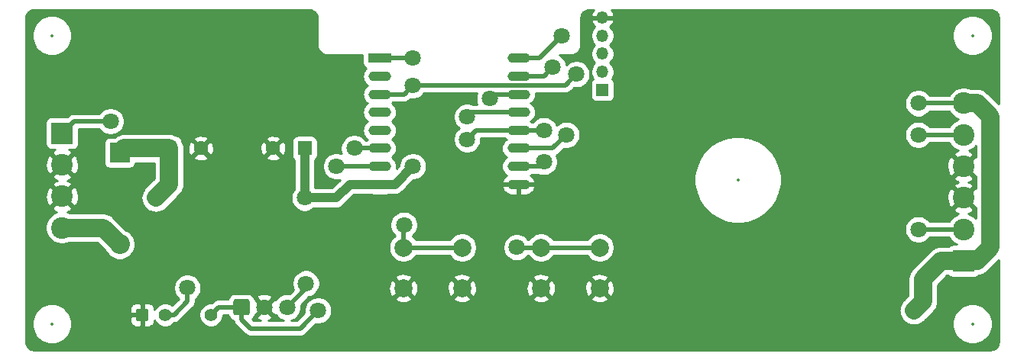
<source format=gbr>
G04 #@! TF.GenerationSoftware,KiCad,Pcbnew,5.1.10-6.fc33*
G04 #@! TF.CreationDate,2021-10-12T09:38:09+02:00*
G04 #@! TF.ProjectId,wled-controller,776c6564-2d63-46f6-9e74-726f6c6c6572,rev?*
G04 #@! TF.SameCoordinates,Original*
G04 #@! TF.FileFunction,Copper,L2,Bot*
G04 #@! TF.FilePolarity,Positive*
%FSLAX46Y46*%
G04 Gerber Fmt 4.6, Leading zero omitted, Abs format (unit mm)*
G04 Created by KiCad (PCBNEW 5.1.10-6.fc33) date 2021-10-12 09:38:09*
%MOMM*%
%LPD*%
G01*
G04 APERTURE LIST*
G04 #@! TA.AperFunction,ComponentPad*
%ADD10O,2.500000X1.100000*%
G04 #@! TD*
G04 #@! TA.AperFunction,ComponentPad*
%ADD11R,2.500000X1.100000*%
G04 #@! TD*
G04 #@! TA.AperFunction,ComponentPad*
%ADD12C,1.600000*%
G04 #@! TD*
G04 #@! TA.AperFunction,ComponentPad*
%ADD13R,1.600000X1.600000*%
G04 #@! TD*
G04 #@! TA.AperFunction,ComponentPad*
%ADD14R,2.200000X2.200000*%
G04 #@! TD*
G04 #@! TA.AperFunction,ComponentPad*
%ADD15O,2.200000X2.200000*%
G04 #@! TD*
G04 #@! TA.AperFunction,ComponentPad*
%ADD16R,2.400000X2.400000*%
G04 #@! TD*
G04 #@! TA.AperFunction,ComponentPad*
%ADD17C,2.400000*%
G04 #@! TD*
G04 #@! TA.AperFunction,ComponentPad*
%ADD18R,1.350000X1.350000*%
G04 #@! TD*
G04 #@! TA.AperFunction,ComponentPad*
%ADD19O,1.350000X1.350000*%
G04 #@! TD*
G04 #@! TA.AperFunction,ComponentPad*
%ADD20C,2.000000*%
G04 #@! TD*
G04 #@! TA.AperFunction,ComponentPad*
%ADD21C,1.800000*%
G04 #@! TD*
G04 #@! TA.AperFunction,ComponentPad*
%ADD22C,1.400000*%
G04 #@! TD*
G04 #@! TA.AperFunction,ViaPad*
%ADD23C,1.800000*%
G04 #@! TD*
G04 #@! TA.AperFunction,Conductor*
%ADD24C,2.000000*%
G04 #@! TD*
G04 #@! TA.AperFunction,Conductor*
%ADD25C,1.000000*%
G04 #@! TD*
G04 #@! TA.AperFunction,Conductor*
%ADD26C,0.500000*%
G04 #@! TD*
G04 #@! TA.AperFunction,Conductor*
%ADD27C,0.254000*%
G04 #@! TD*
G04 #@! TA.AperFunction,Conductor*
%ADD28C,0.350000*%
G04 #@! TD*
%ADD29C,0.350000*%
G04 APERTURE END LIST*
D10*
G04 #@! TO.P,U3,16*
G04 #@! TO.N,ESP_TX*
X125700000Y-76500000D03*
G04 #@! TO.P,U3,15*
G04 #@! TO.N,ESP_RX*
X125700000Y-78500000D03*
G04 #@! TO.P,U3,14*
G04 #@! TO.N,ESP_SW2*
X125700000Y-80500000D03*
G04 #@! TO.P,U3,13*
G04 #@! TO.N,ESP_SW1*
X125700000Y-82500000D03*
G04 #@! TO.P,U3,12*
G04 #@! TO.N,ESP_BOOTL*
X125700000Y-84500000D03*
G04 #@! TO.P,U3,11*
G04 #@! TO.N,ESP_LED_DATA*
X125700000Y-86500000D03*
G04 #@! TO.P,U3,10*
G04 #@! TO.N,Net-(R4-Pad1)*
X125700000Y-88500000D03*
G04 #@! TO.P,U3,9*
G04 #@! TO.N,GND*
X125700000Y-90500000D03*
G04 #@! TO.P,U3,8*
G04 #@! TO.N,+3V3*
X110300000Y-90500000D03*
G04 #@! TO.P,U3,7*
G04 #@! TO.N,ESP_IR*
X110300000Y-88500000D03*
G04 #@! TO.P,U3,6*
G04 #@! TO.N,ESP_PS_ON*
X110300000Y-86500000D03*
G04 #@! TO.P,U3,5*
G04 #@! TO.N,Net-(U3-Pad5)*
X110300000Y-84500000D03*
G04 #@! TO.P,U3,4*
G04 #@! TO.N,Net-(U3-Pad4)*
X110300000Y-82500000D03*
G04 #@! TO.P,U3,3*
G04 #@! TO.N,ESP_EN*
X110300000Y-80500000D03*
G04 #@! TO.P,U3,2*
G04 #@! TO.N,Net-(U3-Pad2)*
X110300000Y-78500000D03*
D11*
G04 #@! TO.P,U3,1*
G04 #@! TO.N,ESP_RST*
X110300000Y-76500000D03*
G04 #@! TD*
D12*
G04 #@! TO.P,C1,2*
G04 #@! TO.N,GND*
X90500000Y-86500000D03*
D13*
G04 #@! TO.P,C1,1*
G04 #@! TO.N,+5V*
X87000000Y-86500000D03*
G04 #@! TD*
G04 #@! TO.P,C4,1*
G04 #@! TO.N,+3V3*
X102000000Y-86500000D03*
D12*
G04 #@! TO.P,C4,2*
G04 #@! TO.N,GND*
X98500000Y-86500000D03*
G04 #@! TD*
D14*
G04 #@! TO.P,D1,1*
G04 #@! TO.N,+5V*
X81500000Y-87000000D03*
D15*
G04 #@! TO.P,D1,2*
G04 #@! TO.N,Net-(D1-Pad2)*
X81500000Y-97160000D03*
G04 #@! TD*
D16*
G04 #@! TO.P,J1,1*
G04 #@! TO.N,PS_ON*
X75120000Y-84820000D03*
D17*
G04 #@! TO.P,J1,2*
G04 #@! TO.N,GND*
X75120000Y-88320000D03*
G04 #@! TO.P,J1,3*
X75120000Y-91820000D03*
G04 #@! TO.P,J1,4*
G04 #@! TO.N,Net-(D1-Pad2)*
X75120000Y-95320000D03*
G04 #@! TD*
D16*
G04 #@! TO.P,J2,1*
G04 #@! TO.N,+5V*
X175000000Y-99000000D03*
D17*
G04 #@! TO.P,J2,2*
G04 #@! TO.N,SWITCH_IN*
X175000000Y-95500000D03*
G04 #@! TO.P,J2,3*
G04 #@! TO.N,GND*
X175000000Y-92000000D03*
G04 #@! TO.P,J2,4*
X175000000Y-88500000D03*
G04 #@! TO.P,J2,5*
G04 #@! TO.N,DATA_OUT*
X175000000Y-85000000D03*
G04 #@! TO.P,J2,6*
G04 #@! TO.N,+5V*
X175000000Y-81500000D03*
G04 #@! TD*
D18*
G04 #@! TO.P,J3,1*
G04 #@! TO.N,ESP_BOOTL*
X135000000Y-80000000D03*
D19*
G04 #@! TO.P,J3,2*
G04 #@! TO.N,ESP_EN*
X135000000Y-78000000D03*
G04 #@! TO.P,J3,3*
G04 #@! TO.N,ESP_RX*
X135000000Y-76000000D03*
G04 #@! TO.P,J3,4*
G04 #@! TO.N,ESP_TX*
X135000000Y-74000000D03*
G04 #@! TO.P,J3,5*
G04 #@! TO.N,GND*
X135000000Y-72000000D03*
G04 #@! TD*
D20*
G04 #@! TO.P,SW1,2*
G04 #@! TO.N,GND*
X128180000Y-102020000D03*
G04 #@! TO.P,SW1,1*
G04 #@! TO.N,ESP_SW1*
X128180000Y-97520000D03*
G04 #@! TO.P,SW1,2*
G04 #@! TO.N,GND*
X134680000Y-102020000D03*
G04 #@! TO.P,SW1,1*
G04 #@! TO.N,ESP_SW1*
X134680000Y-97520000D03*
G04 #@! TD*
G04 #@! TO.P,SW2,2*
G04 #@! TO.N,GND*
X112940000Y-102020000D03*
G04 #@! TO.P,SW2,1*
G04 #@! TO.N,ESP_RST*
X112940000Y-97520000D03*
G04 #@! TO.P,SW2,2*
G04 #@! TO.N,GND*
X119440000Y-102020000D03*
G04 #@! TO.P,SW2,1*
G04 #@! TO.N,ESP_RST*
X119440000Y-97520000D03*
G04 #@! TD*
G04 #@! TO.P,U4,1*
G04 #@! TO.N,ESP_IR*
G04 #@! TA.AperFunction,ComponentPad*
G36*
G01*
X94100000Y-104791600D02*
X94100000Y-103488400D01*
G75*
G02*
X94348400Y-103240000I248400J0D01*
G01*
X95651600Y-103240000D01*
G75*
G02*
X95900000Y-103488400I0J-248400D01*
G01*
X95900000Y-104791600D01*
G75*
G02*
X95651600Y-105040000I-248400J0D01*
G01*
X94348400Y-105040000D01*
G75*
G02*
X94100000Y-104791600I0J248400D01*
G01*
G37*
G04 #@! TD.AperFunction*
D21*
G04 #@! TO.P,U4,2*
G04 #@! TO.N,GND*
X97540000Y-104140000D03*
G04 #@! TO.P,U4,3*
G04 #@! TO.N,+3V3*
X100080000Y-104140000D03*
G04 #@! TD*
G04 #@! TO.P,U5,1*
G04 #@! TO.N,GND*
G04 #@! TA.AperFunction,ComponentPad*
G36*
G01*
X83300000Y-105450800D02*
X83300000Y-104549200D01*
G75*
G02*
X83549200Y-104300000I249200J0D01*
G01*
X84450800Y-104300000D01*
G75*
G02*
X84700000Y-104549200I0J-249200D01*
G01*
X84700000Y-105450800D01*
G75*
G02*
X84450800Y-105700000I-249200J0D01*
G01*
X83549200Y-105700000D01*
G75*
G02*
X83300000Y-105450800I0J249200D01*
G01*
G37*
G04 #@! TD.AperFunction*
D22*
G04 #@! TO.P,U5,2*
G04 #@! TO.N,+3V3*
X86540000Y-105000000D03*
G04 #@! TO.P,U5,3*
G04 #@! TO.N,ESP_IR*
X91620000Y-105000000D03*
G04 #@! TD*
D23*
G04 #@! TO.N,GND*
X101500000Y-76000000D03*
X93000000Y-79499994D03*
X94500000Y-86500000D03*
X86500000Y-99500000D03*
X93500000Y-101500000D03*
X142045398Y-88545398D03*
X157500000Y-90500012D03*
X134525000Y-93475000D03*
X118000000Y-93000000D03*
G04 #@! TO.N,+5V*
X85500000Y-92000000D03*
X169500012Y-104500000D03*
X170000000Y-81500000D03*
G04 #@! TO.N,+3V3*
X102000000Y-92000000D03*
X89000000Y-102000000D03*
X102149990Y-101500000D03*
X114000000Y-88500000D03*
G04 #@! TO.N,ESP_SW2*
X122500000Y-81000000D03*
G04 #@! TO.N,SWITCH_IN*
X170000000Y-95500000D03*
G04 #@! TO.N,DATA_OUT*
X170000000Y-85000000D03*
G04 #@! TO.N,ESP_BOOTL*
X120000006Y-85500000D03*
X128500000Y-84500000D03*
G04 #@! TO.N,ESP_EN*
X114000002Y-79500000D03*
X132117949Y-78281217D03*
G04 #@! TO.N,ESP_RX*
X129499996Y-77499996D03*
G04 #@! TO.N,ESP_TX*
X130500002Y-73999998D03*
G04 #@! TO.N,ESP_RST*
X114000016Y-76500000D03*
X113000000Y-95000000D03*
G04 #@! TO.N,Net-(R4-Pad1)*
X128499990Y-88000000D03*
G04 #@! TO.N,ESP_SW1*
X120000000Y-83000000D03*
X125499996Y-97500000D03*
G04 #@! TO.N,ESP_LED_DATA*
X131000000Y-85000000D03*
G04 #@! TO.N,ESP_IR*
X103500000Y-104499998D03*
X105500000Y-88500014D03*
G04 #@! TO.N,PS_ON*
X80500000Y-83500000D03*
G04 #@! TO.N,ESP_PS_ON*
X107500000Y-86500000D03*
G04 #@! TD*
D24*
G04 #@! TO.N,+5V*
X82000000Y-86500000D02*
X87000000Y-86500000D01*
D25*
X81500000Y-87000000D02*
X82000000Y-86500000D01*
D24*
X87000000Y-90500000D02*
X87000000Y-86500000D01*
X85500000Y-92000000D02*
X87000000Y-90500000D01*
X169500012Y-104499988D02*
X169500012Y-104500000D01*
X170500000Y-103500000D02*
X169500012Y-104499988D01*
X170500000Y-101000000D02*
X170500000Y-103500000D01*
X172500000Y-99000000D02*
X170500000Y-101000000D01*
X175000000Y-99000000D02*
X172500000Y-99000000D01*
X176500000Y-81500000D02*
X175000000Y-81500000D01*
X178000000Y-83000000D02*
X176500000Y-81500000D01*
X178000000Y-97500000D02*
X178000000Y-83000000D01*
X176500000Y-99000000D02*
X178000000Y-97500000D01*
X175000000Y-99000000D02*
X176500000Y-99000000D01*
D26*
X170000000Y-81500000D02*
X175000000Y-81500000D01*
D25*
G04 #@! TO.N,+3V3*
X102000000Y-86500000D02*
X102000000Y-92000000D01*
D26*
X87520000Y-105000000D02*
X86540000Y-105000000D01*
X89000000Y-103520000D02*
X87520000Y-105000000D01*
X89000000Y-102000000D02*
X89000000Y-103520000D01*
X102149990Y-102070010D02*
X102149990Y-101500000D01*
X100080000Y-104140000D02*
X102149990Y-102070010D01*
D25*
X107000000Y-90500000D02*
X111000000Y-90500000D01*
X111000000Y-90500000D02*
X112000000Y-90500000D01*
X112000000Y-90500000D02*
X114000000Y-88500000D01*
X105500000Y-92000000D02*
X107000000Y-90500000D01*
X102000000Y-92000000D02*
X105500000Y-92000000D01*
D24*
G04 #@! TO.N,Net-(D1-Pad2)*
X79660000Y-95320000D02*
X81500000Y-97160000D01*
X75120000Y-95320000D02*
X79660000Y-95320000D01*
D26*
G04 #@! TO.N,ESP_SW2*
X123000000Y-80500000D02*
X125000000Y-80500000D01*
X122500000Y-81000000D02*
X123000000Y-80500000D01*
G04 #@! TO.N,SWITCH_IN*
X170000000Y-95500000D02*
X175000000Y-95500000D01*
G04 #@! TO.N,DATA_OUT*
X170000000Y-85000000D02*
X175000000Y-85000000D01*
G04 #@! TO.N,ESP_BOOTL*
X121000006Y-84500000D02*
X120000006Y-85500000D01*
X125000000Y-84500000D02*
X121000006Y-84500000D01*
X125000000Y-84500000D02*
X128500000Y-84500000D01*
G04 #@! TO.N,ESP_EN*
X111000000Y-80500000D02*
X113000002Y-80500000D01*
X113000002Y-80500000D02*
X114000002Y-79500000D01*
X130899166Y-79500000D02*
X132117949Y-78281217D01*
X114000002Y-79500000D02*
X130899166Y-79500000D01*
G04 #@! TO.N,ESP_RX*
X128499992Y-78500000D02*
X129499996Y-77499996D01*
X125000000Y-78500000D02*
X128499992Y-78500000D01*
G04 #@! TO.N,ESP_TX*
X125000000Y-76500000D02*
X128000000Y-76500000D01*
X128000000Y-76500000D02*
X130500002Y-73999998D01*
G04 #@! TO.N,ESP_RST*
X111000000Y-76500000D02*
X114000016Y-76500000D01*
X112940000Y-95060000D02*
X113000000Y-95000000D01*
X112940000Y-97520000D02*
X112940000Y-95060000D01*
X119440000Y-97520000D02*
X112940000Y-97520000D01*
G04 #@! TO.N,Net-(R4-Pad1)*
X125000000Y-88500000D02*
X127999990Y-88500000D01*
X127999990Y-88500000D02*
X128499990Y-88000000D01*
G04 #@! TO.N,ESP_SW1*
X134680000Y-97520000D02*
X128180000Y-97520000D01*
X120500000Y-82500000D02*
X120000000Y-83000000D01*
X125000000Y-82500000D02*
X120500000Y-82500000D01*
X128180000Y-97520000D02*
X125519996Y-97520000D01*
X125519996Y-97520000D02*
X125499996Y-97500000D01*
G04 #@! TO.N,ESP_LED_DATA*
X129500000Y-86500000D02*
X125000000Y-86500000D01*
X131000000Y-85000000D02*
X129500000Y-86500000D01*
G04 #@! TO.N,ESP_IR*
X92480000Y-104140000D02*
X91620000Y-105000000D01*
X95000000Y-104140000D02*
X92480000Y-104140000D01*
X101499998Y-106500000D02*
X103500000Y-104499998D01*
X96000000Y-106500000D02*
X101499998Y-106500000D01*
X95000000Y-105500000D02*
X96000000Y-106500000D01*
X95000000Y-104140000D02*
X95000000Y-105500000D01*
X111000000Y-88500000D02*
X105500014Y-88500000D01*
X105500014Y-88500000D02*
X105500000Y-88500014D01*
G04 #@! TO.N,PS_ON*
X76440000Y-83500000D02*
X75120000Y-84820000D01*
X80500000Y-83500000D02*
X76440000Y-83500000D01*
G04 #@! TO.N,ESP_PS_ON*
X111000000Y-86500000D02*
X107500000Y-86500000D01*
G04 #@! TD*
D27*
G04 #@! TO.N,GND*
X102670189Y-71144376D02*
X102833850Y-71194022D01*
X102984672Y-71274638D01*
X103116870Y-71383130D01*
X103225362Y-71515328D01*
X103305978Y-71666150D01*
X103355624Y-71829811D01*
X103373000Y-72006234D01*
X103373000Y-75000000D01*
X103373612Y-75012448D01*
X103392827Y-75207538D01*
X103397683Y-75231956D01*
X103454588Y-75419549D01*
X103464116Y-75442550D01*
X103556526Y-75615437D01*
X103570358Y-75636138D01*
X103694721Y-75787675D01*
X103712325Y-75805279D01*
X103863862Y-75929642D01*
X103884563Y-75943474D01*
X104057450Y-76035884D01*
X104080451Y-76045412D01*
X104268044Y-76102317D01*
X104292462Y-76107173D01*
X104487552Y-76126388D01*
X104500000Y-76127000D01*
X108411928Y-76127000D01*
X108411928Y-77050000D01*
X108424188Y-77174482D01*
X108460498Y-77294180D01*
X108519463Y-77404494D01*
X108598815Y-77501185D01*
X108695506Y-77580537D01*
X108790544Y-77631337D01*
X108758025Y-77658025D01*
X108609942Y-77838464D01*
X108499906Y-78044326D01*
X108432147Y-78267700D01*
X108409267Y-78500000D01*
X108432147Y-78732300D01*
X108499906Y-78955674D01*
X108609942Y-79161536D01*
X108758025Y-79341975D01*
X108938464Y-79490058D01*
X108957064Y-79500000D01*
X108938464Y-79509942D01*
X108758025Y-79658025D01*
X108609942Y-79838464D01*
X108499906Y-80044326D01*
X108432147Y-80267700D01*
X108409267Y-80500000D01*
X108432147Y-80732300D01*
X108499906Y-80955674D01*
X108609942Y-81161536D01*
X108758025Y-81341975D01*
X108938464Y-81490058D01*
X108957064Y-81500000D01*
X108938464Y-81509942D01*
X108758025Y-81658025D01*
X108609942Y-81838464D01*
X108499906Y-82044326D01*
X108432147Y-82267700D01*
X108409267Y-82500000D01*
X108432147Y-82732300D01*
X108499906Y-82955674D01*
X108609942Y-83161536D01*
X108758025Y-83341975D01*
X108938464Y-83490058D01*
X108957064Y-83500000D01*
X108938464Y-83509942D01*
X108758025Y-83658025D01*
X108609942Y-83838464D01*
X108499906Y-84044326D01*
X108432147Y-84267700D01*
X108409267Y-84500000D01*
X108432147Y-84732300D01*
X108499906Y-84955674D01*
X108609942Y-85161536D01*
X108758025Y-85341975D01*
X108938464Y-85490058D01*
X108957064Y-85500000D01*
X108938464Y-85509942D01*
X108810451Y-85615000D01*
X108754790Y-85615000D01*
X108692312Y-85521495D01*
X108478505Y-85307688D01*
X108227095Y-85139701D01*
X107947743Y-85023989D01*
X107651184Y-84965000D01*
X107348816Y-84965000D01*
X107052257Y-85023989D01*
X106772905Y-85139701D01*
X106521495Y-85307688D01*
X106307688Y-85521495D01*
X106139701Y-85772905D01*
X106023989Y-86052257D01*
X105965000Y-86348816D01*
X105965000Y-86651184D01*
X106023989Y-86947743D01*
X106077911Y-87077920D01*
X105947743Y-87024003D01*
X105651184Y-86965014D01*
X105348816Y-86965014D01*
X105052257Y-87024003D01*
X104772905Y-87139715D01*
X104521495Y-87307702D01*
X104307688Y-87521509D01*
X104139701Y-87772919D01*
X104023989Y-88052271D01*
X103965000Y-88348830D01*
X103965000Y-88651198D01*
X104023989Y-88947757D01*
X104139701Y-89227109D01*
X104307688Y-89478519D01*
X104521495Y-89692326D01*
X104772905Y-89860313D01*
X105052257Y-89976025D01*
X105348816Y-90035014D01*
X105651184Y-90035014D01*
X105911667Y-89983201D01*
X105029869Y-90865000D01*
X103135000Y-90865000D01*
X103135000Y-87840957D01*
X103154494Y-87830537D01*
X103251185Y-87751185D01*
X103330537Y-87654494D01*
X103389502Y-87544180D01*
X103425812Y-87424482D01*
X103438072Y-87300000D01*
X103438072Y-85700000D01*
X103425812Y-85575518D01*
X103389502Y-85455820D01*
X103330537Y-85345506D01*
X103251185Y-85248815D01*
X103154494Y-85169463D01*
X103044180Y-85110498D01*
X102924482Y-85074188D01*
X102800000Y-85061928D01*
X101200000Y-85061928D01*
X101075518Y-85074188D01*
X100955820Y-85110498D01*
X100845506Y-85169463D01*
X100748815Y-85248815D01*
X100669463Y-85345506D01*
X100610498Y-85455820D01*
X100574188Y-85575518D01*
X100561928Y-85700000D01*
X100561928Y-87300000D01*
X100574188Y-87424482D01*
X100610498Y-87544180D01*
X100669463Y-87654494D01*
X100748815Y-87751185D01*
X100845506Y-87830537D01*
X100865000Y-87840957D01*
X100865001Y-90964182D01*
X100807688Y-91021495D01*
X100639701Y-91272905D01*
X100523989Y-91552257D01*
X100465000Y-91848816D01*
X100465000Y-92151184D01*
X100523989Y-92447743D01*
X100639701Y-92727095D01*
X100807688Y-92978505D01*
X101021495Y-93192312D01*
X101272905Y-93360299D01*
X101552257Y-93476011D01*
X101848816Y-93535000D01*
X102151184Y-93535000D01*
X102447743Y-93476011D01*
X102727095Y-93360299D01*
X102978505Y-93192312D01*
X103035817Y-93135000D01*
X105444249Y-93135000D01*
X105500000Y-93140491D01*
X105555751Y-93135000D01*
X105555752Y-93135000D01*
X105722499Y-93118577D01*
X105936447Y-93053676D01*
X106133623Y-92948284D01*
X106306449Y-92806449D01*
X106341996Y-92763135D01*
X107470132Y-91635000D01*
X109259397Y-91635000D01*
X109367700Y-91667853D01*
X109541793Y-91685000D01*
X111058207Y-91685000D01*
X111232300Y-91667853D01*
X111340603Y-91635000D01*
X111944249Y-91635000D01*
X112000000Y-91640491D01*
X112055751Y-91635000D01*
X112055752Y-91635000D01*
X112222499Y-91618577D01*
X112436447Y-91553676D01*
X112633623Y-91448284D01*
X112806449Y-91306449D01*
X112841996Y-91263135D01*
X113295387Y-90809744D01*
X123856197Y-90809744D01*
X123856601Y-90836147D01*
X123944150Y-91052754D01*
X124072275Y-91248119D01*
X124236052Y-91414734D01*
X124429187Y-91546196D01*
X124644258Y-91637454D01*
X124873000Y-91685000D01*
X125573000Y-91685000D01*
X125573000Y-90627000D01*
X125827000Y-90627000D01*
X125827000Y-91685000D01*
X126527000Y-91685000D01*
X126755742Y-91637454D01*
X126970813Y-91546196D01*
X127163948Y-91414734D01*
X127327725Y-91248119D01*
X127455850Y-91052754D01*
X127543399Y-90836147D01*
X127543803Y-90809744D01*
X127418361Y-90627000D01*
X125827000Y-90627000D01*
X125573000Y-90627000D01*
X123981639Y-90627000D01*
X123856197Y-90809744D01*
X113295387Y-90809744D01*
X114070132Y-90035000D01*
X114151184Y-90035000D01*
X114447743Y-89976011D01*
X114727095Y-89860299D01*
X114978505Y-89692312D01*
X115192312Y-89478505D01*
X115360299Y-89227095D01*
X115476011Y-88947743D01*
X115535000Y-88651184D01*
X115535000Y-88348816D01*
X115476011Y-88052257D01*
X115360299Y-87772905D01*
X115192312Y-87521495D01*
X114978505Y-87307688D01*
X114727095Y-87139701D01*
X114447743Y-87023989D01*
X114151184Y-86965000D01*
X113848816Y-86965000D01*
X113552257Y-87023989D01*
X113272905Y-87139701D01*
X113021495Y-87307688D01*
X112807688Y-87521495D01*
X112639701Y-87772905D01*
X112523989Y-88052257D01*
X112465000Y-88348816D01*
X112465000Y-88429868D01*
X112168430Y-88726438D01*
X112190733Y-88500000D01*
X112167853Y-88267700D01*
X112100094Y-88044326D01*
X111990058Y-87838464D01*
X111841975Y-87658025D01*
X111661536Y-87509942D01*
X111642936Y-87500000D01*
X111661536Y-87490058D01*
X111841975Y-87341975D01*
X111990058Y-87161536D01*
X112100094Y-86955674D01*
X112167853Y-86732300D01*
X112190733Y-86500000D01*
X112167853Y-86267700D01*
X112100094Y-86044326D01*
X111990058Y-85838464D01*
X111841975Y-85658025D01*
X111661536Y-85509942D01*
X111642936Y-85500000D01*
X111661536Y-85490058D01*
X111841975Y-85341975D01*
X111990058Y-85161536D01*
X112100094Y-84955674D01*
X112167853Y-84732300D01*
X112190733Y-84500000D01*
X112167853Y-84267700D01*
X112100094Y-84044326D01*
X111990058Y-83838464D01*
X111841975Y-83658025D01*
X111661536Y-83509942D01*
X111642936Y-83500000D01*
X111661536Y-83490058D01*
X111841975Y-83341975D01*
X111990058Y-83161536D01*
X112100094Y-82955674D01*
X112167853Y-82732300D01*
X112190733Y-82500000D01*
X112167853Y-82267700D01*
X112100094Y-82044326D01*
X111990058Y-81838464D01*
X111841975Y-81658025D01*
X111661536Y-81509942D01*
X111642936Y-81500000D01*
X111661536Y-81490058D01*
X111789549Y-81385000D01*
X112956533Y-81385000D01*
X113000002Y-81389281D01*
X113043471Y-81385000D01*
X113043479Y-81385000D01*
X113173492Y-81372195D01*
X113340315Y-81321589D01*
X113494061Y-81239411D01*
X113628819Y-81128817D01*
X113656536Y-81095044D01*
X113738520Y-81013060D01*
X113848818Y-81035000D01*
X114151186Y-81035000D01*
X114447745Y-80976011D01*
X114727097Y-80860299D01*
X114978507Y-80692312D01*
X115192314Y-80478505D01*
X115254792Y-80385000D01*
X121093269Y-80385000D01*
X121023989Y-80552257D01*
X120965000Y-80848816D01*
X120965000Y-81151184D01*
X121023989Y-81447743D01*
X121093269Y-81615000D01*
X120667462Y-81615000D01*
X120447743Y-81523989D01*
X120151184Y-81465000D01*
X119848816Y-81465000D01*
X119552257Y-81523989D01*
X119272905Y-81639701D01*
X119021495Y-81807688D01*
X118807688Y-82021495D01*
X118639701Y-82272905D01*
X118523989Y-82552257D01*
X118465000Y-82848816D01*
X118465000Y-83151184D01*
X118523989Y-83447743D01*
X118639701Y-83727095D01*
X118807688Y-83978505D01*
X119021495Y-84192312D01*
X119107834Y-84250002D01*
X119021501Y-84307688D01*
X118807694Y-84521495D01*
X118639707Y-84772905D01*
X118523995Y-85052257D01*
X118465006Y-85348816D01*
X118465006Y-85651184D01*
X118523995Y-85947743D01*
X118639707Y-86227095D01*
X118807694Y-86478505D01*
X119021501Y-86692312D01*
X119272911Y-86860299D01*
X119552263Y-86976011D01*
X119848822Y-87035000D01*
X120151190Y-87035000D01*
X120447749Y-86976011D01*
X120727101Y-86860299D01*
X120978511Y-86692312D01*
X121192318Y-86478505D01*
X121360305Y-86227095D01*
X121476017Y-85947743D01*
X121535006Y-85651184D01*
X121535006Y-85385000D01*
X124210451Y-85385000D01*
X124338464Y-85490058D01*
X124357064Y-85500000D01*
X124338464Y-85509942D01*
X124158025Y-85658025D01*
X124009942Y-85838464D01*
X123899906Y-86044326D01*
X123832147Y-86267700D01*
X123809267Y-86500000D01*
X123832147Y-86732300D01*
X123899906Y-86955674D01*
X124009942Y-87161536D01*
X124158025Y-87341975D01*
X124338464Y-87490058D01*
X124357064Y-87500000D01*
X124338464Y-87509942D01*
X124158025Y-87658025D01*
X124009942Y-87838464D01*
X123899906Y-88044326D01*
X123832147Y-88267700D01*
X123809267Y-88500000D01*
X123832147Y-88732300D01*
X123899906Y-88955674D01*
X124009942Y-89161536D01*
X124158025Y-89341975D01*
X124338464Y-89490058D01*
X124359447Y-89501274D01*
X124236052Y-89585266D01*
X124072275Y-89751881D01*
X123944150Y-89947246D01*
X123856601Y-90163853D01*
X123856197Y-90190256D01*
X123981639Y-90373000D01*
X125573000Y-90373000D01*
X125573000Y-90353000D01*
X125827000Y-90353000D01*
X125827000Y-90373000D01*
X127418361Y-90373000D01*
X127543803Y-90190256D01*
X127543399Y-90163853D01*
X127455850Y-89947246D01*
X127327725Y-89751881D01*
X127163948Y-89585266D01*
X127040553Y-89501274D01*
X127061536Y-89490058D01*
X127189549Y-89385000D01*
X127832528Y-89385000D01*
X128052247Y-89476011D01*
X128348806Y-89535000D01*
X128651174Y-89535000D01*
X128707510Y-89523794D01*
X145165000Y-89523794D01*
X145165000Y-90476206D01*
X145350807Y-91410317D01*
X145715279Y-92290231D01*
X146244411Y-93082133D01*
X146917867Y-93755589D01*
X147709769Y-94284721D01*
X148589683Y-94649193D01*
X149523794Y-94835000D01*
X150476206Y-94835000D01*
X151410317Y-94649193D01*
X152290231Y-94284721D01*
X153082133Y-93755589D01*
X153755589Y-93082133D01*
X154284721Y-92290231D01*
X154382287Y-92054684D01*
X173156933Y-92054684D01*
X173203015Y-92413198D01*
X173318154Y-92755833D01*
X173437164Y-92978486D01*
X173722020Y-93098374D01*
X174820395Y-92000000D01*
X173722020Y-90901626D01*
X173437164Y-91021514D01*
X173276301Y-91345210D01*
X173181678Y-91694069D01*
X173156933Y-92054684D01*
X154382287Y-92054684D01*
X154649193Y-91410317D01*
X154835000Y-90476206D01*
X154835000Y-89777980D01*
X173901626Y-89777980D01*
X174021514Y-90062836D01*
X174345210Y-90223699D01*
X174444836Y-90250721D01*
X174244167Y-90318154D01*
X174021514Y-90437164D01*
X173901626Y-90722020D01*
X175000000Y-91820395D01*
X176098374Y-90722020D01*
X175978486Y-90437164D01*
X175654790Y-90276301D01*
X175555164Y-90249279D01*
X175755833Y-90181846D01*
X175978486Y-90062836D01*
X176098374Y-89777980D01*
X175000000Y-88679605D01*
X173901626Y-89777980D01*
X154835000Y-89777980D01*
X154835000Y-89523794D01*
X154649193Y-88589683D01*
X154634696Y-88554684D01*
X173156933Y-88554684D01*
X173203015Y-88913198D01*
X173318154Y-89255833D01*
X173437164Y-89478486D01*
X173722020Y-89598374D01*
X174820395Y-88500000D01*
X173722020Y-87401626D01*
X173437164Y-87521514D01*
X173276301Y-87845210D01*
X173181678Y-88194069D01*
X173156933Y-88554684D01*
X154634696Y-88554684D01*
X154284721Y-87709769D01*
X153755589Y-86917867D01*
X153082133Y-86244411D01*
X152290231Y-85715279D01*
X151410317Y-85350807D01*
X150476206Y-85165000D01*
X149523794Y-85165000D01*
X148589683Y-85350807D01*
X147709769Y-85715279D01*
X146917867Y-86244411D01*
X146244411Y-86917867D01*
X145715279Y-87709769D01*
X145350807Y-88589683D01*
X145165000Y-89523794D01*
X128707510Y-89523794D01*
X128947733Y-89476011D01*
X129227085Y-89360299D01*
X129478495Y-89192312D01*
X129692302Y-88978505D01*
X129860289Y-88727095D01*
X129976001Y-88447743D01*
X130034990Y-88151184D01*
X130034990Y-87848816D01*
X129976001Y-87552257D01*
X129873178Y-87304022D01*
X129994059Y-87239411D01*
X130128817Y-87128817D01*
X130156534Y-87095044D01*
X130738518Y-86513060D01*
X130848816Y-86535000D01*
X131151184Y-86535000D01*
X131447743Y-86476011D01*
X131727095Y-86360299D01*
X131978505Y-86192312D01*
X132192312Y-85978505D01*
X132360299Y-85727095D01*
X132476011Y-85447743D01*
X132535000Y-85151184D01*
X132535000Y-84848816D01*
X132476011Y-84552257D01*
X132360299Y-84272905D01*
X132192312Y-84021495D01*
X131978505Y-83807688D01*
X131727095Y-83639701D01*
X131447743Y-83523989D01*
X131151184Y-83465000D01*
X130848816Y-83465000D01*
X130552257Y-83523989D01*
X130272905Y-83639701D01*
X130021495Y-83807688D01*
X129917700Y-83911483D01*
X129860299Y-83772905D01*
X129692312Y-83521495D01*
X129478505Y-83307688D01*
X129227095Y-83139701D01*
X128947743Y-83023989D01*
X128651184Y-82965000D01*
X128348816Y-82965000D01*
X128052257Y-83023989D01*
X127772905Y-83139701D01*
X127521495Y-83307688D01*
X127307688Y-83521495D01*
X127245210Y-83615000D01*
X127189549Y-83615000D01*
X127061536Y-83509942D01*
X127042936Y-83500000D01*
X127061536Y-83490058D01*
X127241975Y-83341975D01*
X127390058Y-83161536D01*
X127500094Y-82955674D01*
X127567853Y-82732300D01*
X127590733Y-82500000D01*
X127567853Y-82267700D01*
X127500094Y-82044326D01*
X127390058Y-81838464D01*
X127241975Y-81658025D01*
X127061536Y-81509942D01*
X127042936Y-81500000D01*
X127061536Y-81490058D01*
X127241975Y-81341975D01*
X127390058Y-81161536D01*
X127500094Y-80955674D01*
X127567853Y-80732300D01*
X127590733Y-80500000D01*
X127579406Y-80385000D01*
X130855697Y-80385000D01*
X130899166Y-80389281D01*
X130942635Y-80385000D01*
X130942643Y-80385000D01*
X131072656Y-80372195D01*
X131239479Y-80321589D01*
X131393225Y-80239411D01*
X131527983Y-80128817D01*
X131555700Y-80095044D01*
X131856467Y-79794277D01*
X131966765Y-79816217D01*
X132269133Y-79816217D01*
X132565692Y-79757228D01*
X132845044Y-79641516D01*
X133096454Y-79473529D01*
X133244983Y-79325000D01*
X133686928Y-79325000D01*
X133686928Y-80675000D01*
X133699188Y-80799482D01*
X133735498Y-80919180D01*
X133794463Y-81029494D01*
X133873815Y-81126185D01*
X133970506Y-81205537D01*
X134080820Y-81264502D01*
X134200518Y-81300812D01*
X134325000Y-81313072D01*
X135675000Y-81313072D01*
X135799482Y-81300812D01*
X135919180Y-81264502D01*
X136029494Y-81205537D01*
X136126185Y-81126185D01*
X136205537Y-81029494D01*
X136264502Y-80919180D01*
X136300812Y-80799482D01*
X136313072Y-80675000D01*
X136313072Y-79325000D01*
X136300812Y-79200518D01*
X136264502Y-79080820D01*
X136205537Y-78970506D01*
X136126185Y-78873815D01*
X136039303Y-78802513D01*
X136160907Y-78620518D01*
X136259658Y-78382113D01*
X136310000Y-78129024D01*
X136310000Y-77870976D01*
X136259658Y-77617887D01*
X136160907Y-77379482D01*
X136017544Y-77164923D01*
X135852621Y-77000000D01*
X136017544Y-76835077D01*
X136160907Y-76620518D01*
X136259658Y-76382113D01*
X136310000Y-76129024D01*
X136310000Y-75870976D01*
X136259658Y-75617887D01*
X136160907Y-75379482D01*
X136017544Y-75164923D01*
X135852621Y-75000000D01*
X136017544Y-74835077D01*
X136160907Y-74620518D01*
X136259658Y-74382113D01*
X136310000Y-74129024D01*
X136310000Y-73870976D01*
X136291879Y-73779872D01*
X173765000Y-73779872D01*
X173765000Y-74220128D01*
X173850890Y-74651925D01*
X174019369Y-75058669D01*
X174263962Y-75424729D01*
X174575271Y-75736038D01*
X174941331Y-75980631D01*
X175348075Y-76149110D01*
X175779872Y-76235000D01*
X176220128Y-76235000D01*
X176651925Y-76149110D01*
X177058669Y-75980631D01*
X177424729Y-75736038D01*
X177736038Y-75424729D01*
X177980631Y-75058669D01*
X178149110Y-74651925D01*
X178235000Y-74220128D01*
X178235000Y-73779872D01*
X178149110Y-73348075D01*
X177980631Y-72941331D01*
X177736038Y-72575271D01*
X177424729Y-72263962D01*
X177058669Y-72019369D01*
X176651925Y-71850890D01*
X176220128Y-71765000D01*
X175779872Y-71765000D01*
X175348075Y-71850890D01*
X174941331Y-72019369D01*
X174575271Y-72263962D01*
X174263962Y-72575271D01*
X174019369Y-72941331D01*
X173850890Y-73348075D01*
X173765000Y-73779872D01*
X136291879Y-73779872D01*
X136259658Y-73617887D01*
X136160907Y-73379482D01*
X136017544Y-73164923D01*
X135845940Y-72993319D01*
X135978303Y-72871227D01*
X136129473Y-72663629D01*
X136237238Y-72430528D01*
X136267910Y-72329400D01*
X136144224Y-72127000D01*
X135127000Y-72127000D01*
X135127000Y-72147000D01*
X134873000Y-72147000D01*
X134873000Y-72127000D01*
X133855776Y-72127000D01*
X133732090Y-72329400D01*
X133762762Y-72430528D01*
X133870527Y-72663629D01*
X134021697Y-72871227D01*
X134154060Y-72993319D01*
X133982456Y-73164923D01*
X133839093Y-73379482D01*
X133740342Y-73617887D01*
X133690000Y-73870976D01*
X133690000Y-74129024D01*
X133740342Y-74382113D01*
X133839093Y-74620518D01*
X133982456Y-74835077D01*
X134147379Y-75000000D01*
X133982456Y-75164923D01*
X133839093Y-75379482D01*
X133740342Y-75617887D01*
X133690000Y-75870976D01*
X133690000Y-76129024D01*
X133740342Y-76382113D01*
X133839093Y-76620518D01*
X133982456Y-76835077D01*
X134147379Y-77000000D01*
X133982456Y-77164923D01*
X133839093Y-77379482D01*
X133740342Y-77617887D01*
X133690000Y-77870976D01*
X133690000Y-78129024D01*
X133740342Y-78382113D01*
X133839093Y-78620518D01*
X133960697Y-78802513D01*
X133873815Y-78873815D01*
X133794463Y-78970506D01*
X133735498Y-79080820D01*
X133699188Y-79200518D01*
X133686928Y-79325000D01*
X133244983Y-79325000D01*
X133310261Y-79259722D01*
X133478248Y-79008312D01*
X133593960Y-78728960D01*
X133652949Y-78432401D01*
X133652949Y-78130033D01*
X133593960Y-77833474D01*
X133478248Y-77554122D01*
X133310261Y-77302712D01*
X133096454Y-77088905D01*
X132845044Y-76920918D01*
X132565692Y-76805206D01*
X132269133Y-76746217D01*
X131966765Y-76746217D01*
X131670206Y-76805206D01*
X131390854Y-76920918D01*
X131139444Y-77088905D01*
X131009204Y-77219145D01*
X130976007Y-77052253D01*
X130860295Y-76772901D01*
X130692308Y-76521491D01*
X130478501Y-76307684D01*
X130227091Y-76139697D01*
X130196438Y-76127000D01*
X131500000Y-76127000D01*
X131512448Y-76126388D01*
X131707538Y-76107173D01*
X131731956Y-76102317D01*
X131919549Y-76045412D01*
X131942550Y-76035884D01*
X132115437Y-75943474D01*
X132136138Y-75929642D01*
X132287675Y-75805279D01*
X132305279Y-75787675D01*
X132429642Y-75636138D01*
X132443474Y-75615437D01*
X132535884Y-75442550D01*
X132545412Y-75419549D01*
X132602317Y-75231956D01*
X132607173Y-75207538D01*
X132626388Y-75012448D01*
X132627000Y-75000000D01*
X132627000Y-72006234D01*
X132644376Y-71829811D01*
X132694022Y-71666150D01*
X132774638Y-71515328D01*
X132883130Y-71383130D01*
X133015328Y-71274638D01*
X133166150Y-71194022D01*
X133329811Y-71144376D01*
X133506234Y-71127000D01*
X134023619Y-71127000D01*
X134021697Y-71128773D01*
X133870527Y-71336371D01*
X133762762Y-71569472D01*
X133732090Y-71670600D01*
X133855776Y-71873000D01*
X134873000Y-71873000D01*
X134873000Y-71853000D01*
X135127000Y-71853000D01*
X135127000Y-71873000D01*
X136144224Y-71873000D01*
X136267910Y-71670600D01*
X136237238Y-71569472D01*
X136129473Y-71336371D01*
X135978303Y-71128773D01*
X135976381Y-71127000D01*
X177993766Y-71127000D01*
X178170189Y-71144376D01*
X178333850Y-71194022D01*
X178484672Y-71274638D01*
X178616870Y-71383130D01*
X178725362Y-71515328D01*
X178805978Y-71666150D01*
X178855624Y-71829811D01*
X178873000Y-72006234D01*
X178873000Y-81560761D01*
X177712925Y-80400686D01*
X177661714Y-80338286D01*
X177412752Y-80133969D01*
X177128715Y-79982148D01*
X176820516Y-79888657D01*
X176580322Y-79865000D01*
X176580319Y-79865000D01*
X176500000Y-79857089D01*
X176419681Y-79865000D01*
X175847848Y-79865000D01*
X175535250Y-79735518D01*
X175180732Y-79665000D01*
X174819268Y-79665000D01*
X174464750Y-79735518D01*
X174130801Y-79873844D01*
X173830256Y-80074662D01*
X173574662Y-80330256D01*
X173384402Y-80615000D01*
X171254790Y-80615000D01*
X171192312Y-80521495D01*
X170978505Y-80307688D01*
X170727095Y-80139701D01*
X170447743Y-80023989D01*
X170151184Y-79965000D01*
X169848816Y-79965000D01*
X169552257Y-80023989D01*
X169272905Y-80139701D01*
X169021495Y-80307688D01*
X168807688Y-80521495D01*
X168639701Y-80772905D01*
X168523989Y-81052257D01*
X168465000Y-81348816D01*
X168465000Y-81651184D01*
X168523989Y-81947743D01*
X168639701Y-82227095D01*
X168807688Y-82478505D01*
X169021495Y-82692312D01*
X169272905Y-82860299D01*
X169552257Y-82976011D01*
X169848816Y-83035000D01*
X170151184Y-83035000D01*
X170447743Y-82976011D01*
X170727095Y-82860299D01*
X170978505Y-82692312D01*
X171192312Y-82478505D01*
X171254790Y-82385000D01*
X173384402Y-82385000D01*
X173574662Y-82669744D01*
X173830256Y-82925338D01*
X174130801Y-83126156D01*
X174429787Y-83250000D01*
X174130801Y-83373844D01*
X173830256Y-83574662D01*
X173574662Y-83830256D01*
X173384402Y-84115000D01*
X171254790Y-84115000D01*
X171192312Y-84021495D01*
X170978505Y-83807688D01*
X170727095Y-83639701D01*
X170447743Y-83523989D01*
X170151184Y-83465000D01*
X169848816Y-83465000D01*
X169552257Y-83523989D01*
X169272905Y-83639701D01*
X169021495Y-83807688D01*
X168807688Y-84021495D01*
X168639701Y-84272905D01*
X168523989Y-84552257D01*
X168465000Y-84848816D01*
X168465000Y-85151184D01*
X168523989Y-85447743D01*
X168639701Y-85727095D01*
X168807688Y-85978505D01*
X169021495Y-86192312D01*
X169272905Y-86360299D01*
X169552257Y-86476011D01*
X169848816Y-86535000D01*
X170151184Y-86535000D01*
X170447743Y-86476011D01*
X170727095Y-86360299D01*
X170978505Y-86192312D01*
X171192312Y-85978505D01*
X171254790Y-85885000D01*
X173384402Y-85885000D01*
X173574662Y-86169744D01*
X173830256Y-86425338D01*
X174130801Y-86626156D01*
X174437489Y-86753190D01*
X174244167Y-86818154D01*
X174021514Y-86937164D01*
X173901626Y-87222020D01*
X175000000Y-88320395D01*
X176098374Y-87222020D01*
X175978486Y-86937164D01*
X175654790Y-86776301D01*
X175565310Y-86752031D01*
X175869199Y-86626156D01*
X176169744Y-86425338D01*
X176365001Y-86230081D01*
X176365001Y-87438251D01*
X176277980Y-87401626D01*
X175179605Y-88500000D01*
X176277980Y-89598374D01*
X176365001Y-89561749D01*
X176365000Y-90938250D01*
X176277980Y-90901626D01*
X175179605Y-92000000D01*
X176277980Y-93098374D01*
X176365000Y-93061750D01*
X176365000Y-94269918D01*
X176169744Y-94074662D01*
X175869199Y-93873844D01*
X175562511Y-93746810D01*
X175755833Y-93681846D01*
X175978486Y-93562836D01*
X176098374Y-93277980D01*
X175000000Y-92179605D01*
X173901626Y-93277980D01*
X174021514Y-93562836D01*
X174345210Y-93723699D01*
X174434690Y-93747969D01*
X174130801Y-93873844D01*
X173830256Y-94074662D01*
X173574662Y-94330256D01*
X173384402Y-94615000D01*
X171254790Y-94615000D01*
X171192312Y-94521495D01*
X170978505Y-94307688D01*
X170727095Y-94139701D01*
X170447743Y-94023989D01*
X170151184Y-93965000D01*
X169848816Y-93965000D01*
X169552257Y-94023989D01*
X169272905Y-94139701D01*
X169021495Y-94307688D01*
X168807688Y-94521495D01*
X168639701Y-94772905D01*
X168523989Y-95052257D01*
X168465000Y-95348816D01*
X168465000Y-95651184D01*
X168523989Y-95947743D01*
X168639701Y-96227095D01*
X168807688Y-96478505D01*
X169021495Y-96692312D01*
X169272905Y-96860299D01*
X169552257Y-96976011D01*
X169848816Y-97035000D01*
X170151184Y-97035000D01*
X170447743Y-96976011D01*
X170727095Y-96860299D01*
X170978505Y-96692312D01*
X171192312Y-96478505D01*
X171254790Y-96385000D01*
X173384402Y-96385000D01*
X173574662Y-96669744D01*
X173830256Y-96925338D01*
X174130801Y-97126156D01*
X174217162Y-97161928D01*
X173800000Y-97161928D01*
X173675518Y-97174188D01*
X173555820Y-97210498D01*
X173445506Y-97269463D01*
X173348815Y-97348815D01*
X173335532Y-97365000D01*
X172580319Y-97365000D01*
X172499999Y-97357089D01*
X172419680Y-97365000D01*
X172419678Y-97365000D01*
X172179484Y-97388657D01*
X171871285Y-97482148D01*
X171587248Y-97633969D01*
X171338286Y-97838286D01*
X171287080Y-97900682D01*
X169400687Y-99787075D01*
X169338286Y-99838286D01*
X169133969Y-100087249D01*
X168982148Y-100371286D01*
X168888657Y-100679485D01*
X168865000Y-100919678D01*
X168857089Y-101000000D01*
X168865000Y-101080320D01*
X168865001Y-102822761D01*
X168400698Y-103287064D01*
X168338298Y-103338274D01*
X168133981Y-103587237D01*
X167982160Y-103871274D01*
X167888669Y-104179473D01*
X167869376Y-104375358D01*
X167857101Y-104499988D01*
X167865012Y-104580307D01*
X167865012Y-104580322D01*
X167888669Y-104820516D01*
X167982160Y-105128715D01*
X168133981Y-105412752D01*
X168338298Y-105661714D01*
X168587261Y-105866031D01*
X168871298Y-106017852D01*
X169179497Y-106111343D01*
X169500012Y-106142911D01*
X169820528Y-106111343D01*
X170128727Y-106017852D01*
X170412764Y-105866031D01*
X170517749Y-105779872D01*
X173765000Y-105779872D01*
X173765000Y-106220128D01*
X173850890Y-106651925D01*
X174019369Y-107058669D01*
X174263962Y-107424729D01*
X174575271Y-107736038D01*
X174941331Y-107980631D01*
X175348075Y-108149110D01*
X175779872Y-108235000D01*
X176220128Y-108235000D01*
X176651925Y-108149110D01*
X177058669Y-107980631D01*
X177424729Y-107736038D01*
X177736038Y-107424729D01*
X177980631Y-107058669D01*
X178149110Y-106651925D01*
X178235000Y-106220128D01*
X178235000Y-105779872D01*
X178149110Y-105348075D01*
X177980631Y-104941331D01*
X177736038Y-104575271D01*
X177424729Y-104263962D01*
X177058669Y-104019369D01*
X176651925Y-103850890D01*
X176220128Y-103765000D01*
X175779872Y-103765000D01*
X175348075Y-103850890D01*
X174941331Y-104019369D01*
X174575271Y-104263962D01*
X174263962Y-104575271D01*
X174019369Y-104941331D01*
X173850890Y-105348075D01*
X173765000Y-105779872D01*
X170517749Y-105779872D01*
X170661726Y-105661714D01*
X170712990Y-105599248D01*
X171599318Y-104712921D01*
X171661714Y-104661714D01*
X171866031Y-104412752D01*
X172017852Y-104128715D01*
X172052632Y-104014060D01*
X172111343Y-103820517D01*
X172142911Y-103500000D01*
X172135000Y-103419678D01*
X172135000Y-101677238D01*
X173177239Y-100635000D01*
X173335532Y-100635000D01*
X173348815Y-100651185D01*
X173445506Y-100730537D01*
X173555820Y-100789502D01*
X173675518Y-100825812D01*
X173800000Y-100838072D01*
X176200000Y-100838072D01*
X176324482Y-100825812D01*
X176444180Y-100789502D01*
X176554494Y-100730537D01*
X176651185Y-100651185D01*
X176671867Y-100625984D01*
X176820516Y-100611343D01*
X177128715Y-100517852D01*
X177412752Y-100366031D01*
X177661714Y-100161714D01*
X177712925Y-100099314D01*
X178873000Y-98939239D01*
X178873000Y-107993766D01*
X178855624Y-108170189D01*
X178805978Y-108333850D01*
X178725362Y-108484672D01*
X178616870Y-108616870D01*
X178484672Y-108725362D01*
X178333850Y-108805978D01*
X178170189Y-108855624D01*
X177993766Y-108873000D01*
X72006234Y-108873000D01*
X71829811Y-108855624D01*
X71666150Y-108805978D01*
X71515328Y-108725362D01*
X71383130Y-108616870D01*
X71274638Y-108484672D01*
X71194022Y-108333850D01*
X71144376Y-108170189D01*
X71127000Y-107993766D01*
X71127000Y-105779872D01*
X71765000Y-105779872D01*
X71765000Y-106220128D01*
X71850890Y-106651925D01*
X72019369Y-107058669D01*
X72263962Y-107424729D01*
X72575271Y-107736038D01*
X72941331Y-107980631D01*
X73348075Y-108149110D01*
X73779872Y-108235000D01*
X74220128Y-108235000D01*
X74651925Y-108149110D01*
X75058669Y-107980631D01*
X75424729Y-107736038D01*
X75736038Y-107424729D01*
X75980631Y-107058669D01*
X76149110Y-106651925D01*
X76235000Y-106220128D01*
X76235000Y-105779872D01*
X76219113Y-105700000D01*
X82661928Y-105700000D01*
X82674188Y-105824482D01*
X82710498Y-105944180D01*
X82769463Y-106054494D01*
X82848815Y-106151185D01*
X82945506Y-106230537D01*
X83055820Y-106289502D01*
X83175518Y-106325812D01*
X83300000Y-106338072D01*
X83714250Y-106335000D01*
X83873000Y-106176250D01*
X83873000Y-105127000D01*
X82823750Y-105127000D01*
X82665000Y-105285750D01*
X82661928Y-105700000D01*
X76219113Y-105700000D01*
X76149110Y-105348075D01*
X75980631Y-104941331D01*
X75736038Y-104575271D01*
X75460767Y-104300000D01*
X82661928Y-104300000D01*
X82665000Y-104714250D01*
X82823750Y-104873000D01*
X83873000Y-104873000D01*
X83873000Y-103823750D01*
X84127000Y-103823750D01*
X84127000Y-104873000D01*
X84147000Y-104873000D01*
X84147000Y-105127000D01*
X84127000Y-105127000D01*
X84127000Y-106176250D01*
X84285750Y-106335000D01*
X84700000Y-106338072D01*
X84824482Y-106325812D01*
X84944180Y-106289502D01*
X85054494Y-106230537D01*
X85151185Y-106151185D01*
X85230537Y-106054494D01*
X85289502Y-105944180D01*
X85325812Y-105824482D01*
X85338072Y-105700000D01*
X85337217Y-105584747D01*
X85356939Y-105632359D01*
X85503038Y-105851013D01*
X85688987Y-106036962D01*
X85907641Y-106183061D01*
X86150595Y-106283696D01*
X86408514Y-106335000D01*
X86671486Y-106335000D01*
X86929405Y-106283696D01*
X87172359Y-106183061D01*
X87391013Y-106036962D01*
X87540736Y-105887239D01*
X87563469Y-105885000D01*
X87563477Y-105885000D01*
X87693490Y-105872195D01*
X87860313Y-105821589D01*
X88014059Y-105739411D01*
X88148817Y-105628817D01*
X88176534Y-105595044D01*
X88903064Y-104868514D01*
X90285000Y-104868514D01*
X90285000Y-105131486D01*
X90336304Y-105389405D01*
X90436939Y-105632359D01*
X90583038Y-105851013D01*
X90768987Y-106036962D01*
X90987641Y-106183061D01*
X91230595Y-106283696D01*
X91488514Y-106335000D01*
X91751486Y-106335000D01*
X92009405Y-106283696D01*
X92252359Y-106183061D01*
X92471013Y-106036962D01*
X92656962Y-105851013D01*
X92803061Y-105632359D01*
X92903696Y-105389405D01*
X92955000Y-105131486D01*
X92955000Y-105025000D01*
X93497301Y-105025000D01*
X93529407Y-105130838D01*
X93611325Y-105284097D01*
X93721570Y-105418430D01*
X93855903Y-105528675D01*
X94009162Y-105610593D01*
X94125074Y-105645755D01*
X94127805Y-105673490D01*
X94178412Y-105840313D01*
X94260590Y-105994059D01*
X94343468Y-106095046D01*
X94343471Y-106095049D01*
X94371184Y-106128817D01*
X94404951Y-106156529D01*
X95343470Y-107095049D01*
X95371183Y-107128817D01*
X95404951Y-107156530D01*
X95404953Y-107156532D01*
X95505941Y-107239411D01*
X95659686Y-107321589D01*
X95826510Y-107372195D01*
X95956523Y-107385000D01*
X95956531Y-107385000D01*
X96000000Y-107389281D01*
X96043469Y-107385000D01*
X101456529Y-107385000D01*
X101499998Y-107389281D01*
X101543467Y-107385000D01*
X101543475Y-107385000D01*
X101673488Y-107372195D01*
X101840311Y-107321589D01*
X101994057Y-107239411D01*
X102128815Y-107128817D01*
X102156532Y-107095044D01*
X103238518Y-106013058D01*
X103348816Y-106034998D01*
X103651184Y-106034998D01*
X103947743Y-105976009D01*
X104227095Y-105860297D01*
X104478505Y-105692310D01*
X104692312Y-105478503D01*
X104860299Y-105227093D01*
X104976011Y-104947741D01*
X105035000Y-104651182D01*
X105035000Y-104348814D01*
X104976011Y-104052255D01*
X104860299Y-103772903D01*
X104692312Y-103521493D01*
X104478505Y-103307686D01*
X104250613Y-103155413D01*
X111984192Y-103155413D01*
X112079956Y-103419814D01*
X112369571Y-103560704D01*
X112681108Y-103642384D01*
X113002595Y-103661718D01*
X113321675Y-103617961D01*
X113626088Y-103512795D01*
X113800044Y-103419814D01*
X113895808Y-103155413D01*
X118484192Y-103155413D01*
X118579956Y-103419814D01*
X118869571Y-103560704D01*
X119181108Y-103642384D01*
X119502595Y-103661718D01*
X119821675Y-103617961D01*
X120126088Y-103512795D01*
X120300044Y-103419814D01*
X120395808Y-103155413D01*
X127224192Y-103155413D01*
X127319956Y-103419814D01*
X127609571Y-103560704D01*
X127921108Y-103642384D01*
X128242595Y-103661718D01*
X128561675Y-103617961D01*
X128866088Y-103512795D01*
X129040044Y-103419814D01*
X129135808Y-103155413D01*
X133724192Y-103155413D01*
X133819956Y-103419814D01*
X134109571Y-103560704D01*
X134421108Y-103642384D01*
X134742595Y-103661718D01*
X135061675Y-103617961D01*
X135366088Y-103512795D01*
X135540044Y-103419814D01*
X135635808Y-103155413D01*
X134680000Y-102199605D01*
X133724192Y-103155413D01*
X129135808Y-103155413D01*
X128180000Y-102199605D01*
X127224192Y-103155413D01*
X120395808Y-103155413D01*
X119440000Y-102199605D01*
X118484192Y-103155413D01*
X113895808Y-103155413D01*
X112940000Y-102199605D01*
X111984192Y-103155413D01*
X104250613Y-103155413D01*
X104227095Y-103139699D01*
X103947743Y-103023987D01*
X103651184Y-102964998D01*
X103348816Y-102964998D01*
X103052257Y-103023987D01*
X102772905Y-103139699D01*
X102521495Y-103307686D01*
X102307688Y-103521493D01*
X102139701Y-103772903D01*
X102023989Y-104052255D01*
X101965000Y-104348814D01*
X101965000Y-104651182D01*
X101986940Y-104761480D01*
X101133420Y-105615000D01*
X100530184Y-105615000D01*
X100807095Y-105500299D01*
X101058505Y-105332312D01*
X101272312Y-105118505D01*
X101440299Y-104867095D01*
X101556011Y-104587743D01*
X101615000Y-104291184D01*
X101615000Y-103988816D01*
X101593060Y-103878518D01*
X102470200Y-103001379D01*
X102597733Y-102976011D01*
X102877085Y-102860299D01*
X103128495Y-102692312D01*
X103342302Y-102478505D01*
X103510289Y-102227095D01*
X103570143Y-102082595D01*
X111298282Y-102082595D01*
X111342039Y-102401675D01*
X111447205Y-102706088D01*
X111540186Y-102880044D01*
X111804587Y-102975808D01*
X112760395Y-102020000D01*
X113119605Y-102020000D01*
X114075413Y-102975808D01*
X114339814Y-102880044D01*
X114480704Y-102590429D01*
X114562384Y-102278892D01*
X114574189Y-102082595D01*
X117798282Y-102082595D01*
X117842039Y-102401675D01*
X117947205Y-102706088D01*
X118040186Y-102880044D01*
X118304587Y-102975808D01*
X119260395Y-102020000D01*
X119619605Y-102020000D01*
X120575413Y-102975808D01*
X120839814Y-102880044D01*
X120980704Y-102590429D01*
X121062384Y-102278892D01*
X121074189Y-102082595D01*
X126538282Y-102082595D01*
X126582039Y-102401675D01*
X126687205Y-102706088D01*
X126780186Y-102880044D01*
X127044587Y-102975808D01*
X128000395Y-102020000D01*
X128359605Y-102020000D01*
X129315413Y-102975808D01*
X129579814Y-102880044D01*
X129720704Y-102590429D01*
X129802384Y-102278892D01*
X129814189Y-102082595D01*
X133038282Y-102082595D01*
X133082039Y-102401675D01*
X133187205Y-102706088D01*
X133280186Y-102880044D01*
X133544587Y-102975808D01*
X134500395Y-102020000D01*
X134859605Y-102020000D01*
X135815413Y-102975808D01*
X136079814Y-102880044D01*
X136220704Y-102590429D01*
X136302384Y-102278892D01*
X136321718Y-101957405D01*
X136277961Y-101638325D01*
X136172795Y-101333912D01*
X136079814Y-101159956D01*
X135815413Y-101064192D01*
X134859605Y-102020000D01*
X134500395Y-102020000D01*
X133544587Y-101064192D01*
X133280186Y-101159956D01*
X133139296Y-101449571D01*
X133057616Y-101761108D01*
X133038282Y-102082595D01*
X129814189Y-102082595D01*
X129821718Y-101957405D01*
X129777961Y-101638325D01*
X129672795Y-101333912D01*
X129579814Y-101159956D01*
X129315413Y-101064192D01*
X128359605Y-102020000D01*
X128000395Y-102020000D01*
X127044587Y-101064192D01*
X126780186Y-101159956D01*
X126639296Y-101449571D01*
X126557616Y-101761108D01*
X126538282Y-102082595D01*
X121074189Y-102082595D01*
X121081718Y-101957405D01*
X121037961Y-101638325D01*
X120932795Y-101333912D01*
X120839814Y-101159956D01*
X120575413Y-101064192D01*
X119619605Y-102020000D01*
X119260395Y-102020000D01*
X118304587Y-101064192D01*
X118040186Y-101159956D01*
X117899296Y-101449571D01*
X117817616Y-101761108D01*
X117798282Y-102082595D01*
X114574189Y-102082595D01*
X114581718Y-101957405D01*
X114537961Y-101638325D01*
X114432795Y-101333912D01*
X114339814Y-101159956D01*
X114075413Y-101064192D01*
X113119605Y-102020000D01*
X112760395Y-102020000D01*
X111804587Y-101064192D01*
X111540186Y-101159956D01*
X111399296Y-101449571D01*
X111317616Y-101761108D01*
X111298282Y-102082595D01*
X103570143Y-102082595D01*
X103626001Y-101947743D01*
X103684990Y-101651184D01*
X103684990Y-101348816D01*
X103626001Y-101052257D01*
X103556550Y-100884587D01*
X111984192Y-100884587D01*
X112940000Y-101840395D01*
X113895808Y-100884587D01*
X118484192Y-100884587D01*
X119440000Y-101840395D01*
X120395808Y-100884587D01*
X127224192Y-100884587D01*
X128180000Y-101840395D01*
X129135808Y-100884587D01*
X133724192Y-100884587D01*
X134680000Y-101840395D01*
X135635808Y-100884587D01*
X135540044Y-100620186D01*
X135250429Y-100479296D01*
X134938892Y-100397616D01*
X134617405Y-100378282D01*
X134298325Y-100422039D01*
X133993912Y-100527205D01*
X133819956Y-100620186D01*
X133724192Y-100884587D01*
X129135808Y-100884587D01*
X129040044Y-100620186D01*
X128750429Y-100479296D01*
X128438892Y-100397616D01*
X128117405Y-100378282D01*
X127798325Y-100422039D01*
X127493912Y-100527205D01*
X127319956Y-100620186D01*
X127224192Y-100884587D01*
X120395808Y-100884587D01*
X120300044Y-100620186D01*
X120010429Y-100479296D01*
X119698892Y-100397616D01*
X119377405Y-100378282D01*
X119058325Y-100422039D01*
X118753912Y-100527205D01*
X118579956Y-100620186D01*
X118484192Y-100884587D01*
X113895808Y-100884587D01*
X113800044Y-100620186D01*
X113510429Y-100479296D01*
X113198892Y-100397616D01*
X112877405Y-100378282D01*
X112558325Y-100422039D01*
X112253912Y-100527205D01*
X112079956Y-100620186D01*
X111984192Y-100884587D01*
X103556550Y-100884587D01*
X103510289Y-100772905D01*
X103342302Y-100521495D01*
X103128495Y-100307688D01*
X102877085Y-100139701D01*
X102597733Y-100023989D01*
X102301174Y-99965000D01*
X101998806Y-99965000D01*
X101702247Y-100023989D01*
X101422895Y-100139701D01*
X101171485Y-100307688D01*
X100957678Y-100521495D01*
X100789691Y-100772905D01*
X100673979Y-101052257D01*
X100614990Y-101348816D01*
X100614990Y-101651184D01*
X100673979Y-101947743D01*
X100775525Y-102192896D01*
X100341482Y-102626940D01*
X100231184Y-102605000D01*
X99928816Y-102605000D01*
X99632257Y-102663989D01*
X99352905Y-102779701D01*
X99101495Y-102947688D01*
X98887688Y-103161495D01*
X98785049Y-103315105D01*
X98604080Y-103255525D01*
X97719605Y-104140000D01*
X98604080Y-105024475D01*
X98785049Y-104964895D01*
X98887688Y-105118505D01*
X99101495Y-105332312D01*
X99352905Y-105500299D01*
X99629816Y-105615000D01*
X97972540Y-105615000D01*
X98191199Y-105538222D01*
X98340792Y-105458261D01*
X98424475Y-105204080D01*
X97540000Y-104319605D01*
X96655525Y-105204080D01*
X96739208Y-105458261D01*
X97011775Y-105589158D01*
X97112408Y-105615000D01*
X96366579Y-105615000D01*
X96218880Y-105467302D01*
X96278430Y-105418430D01*
X96388675Y-105284097D01*
X96470593Y-105130838D01*
X96514588Y-104985807D01*
X97360395Y-104140000D01*
X96514588Y-103294193D01*
X96470593Y-103149162D01*
X96431445Y-103075920D01*
X96655525Y-103075920D01*
X97540000Y-103960395D01*
X98424475Y-103075920D01*
X98340792Y-102821739D01*
X98068225Y-102690842D01*
X97775358Y-102615635D01*
X97473447Y-102599009D01*
X97174093Y-102641603D01*
X96888801Y-102741778D01*
X96739208Y-102821739D01*
X96655525Y-103075920D01*
X96431445Y-103075920D01*
X96388675Y-102995903D01*
X96278430Y-102861570D01*
X96144097Y-102751325D01*
X95990838Y-102669407D01*
X95824542Y-102618961D01*
X95651600Y-102601928D01*
X94348400Y-102601928D01*
X94175458Y-102618961D01*
X94009162Y-102669407D01*
X93855903Y-102751325D01*
X93721570Y-102861570D01*
X93611325Y-102995903D01*
X93529407Y-103149162D01*
X93497301Y-103255000D01*
X92523469Y-103255000D01*
X92480000Y-103250719D01*
X92436531Y-103255000D01*
X92436523Y-103255000D01*
X92306510Y-103267805D01*
X92139686Y-103318411D01*
X91985941Y-103400589D01*
X91884953Y-103483468D01*
X91884951Y-103483470D01*
X91851183Y-103511183D01*
X91823470Y-103544951D01*
X91703421Y-103665000D01*
X91488514Y-103665000D01*
X91230595Y-103716304D01*
X90987641Y-103816939D01*
X90768987Y-103963038D01*
X90583038Y-104148987D01*
X90436939Y-104367641D01*
X90336304Y-104610595D01*
X90285000Y-104868514D01*
X88903064Y-104868514D01*
X89595049Y-104176530D01*
X89628817Y-104148817D01*
X89656571Y-104115000D01*
X89739410Y-104014060D01*
X89743751Y-104005939D01*
X89821589Y-103860313D01*
X89872195Y-103693490D01*
X89885000Y-103563477D01*
X89885000Y-103563467D01*
X89889281Y-103520001D01*
X89885000Y-103476534D01*
X89885000Y-103254790D01*
X89978505Y-103192312D01*
X90192312Y-102978505D01*
X90360299Y-102727095D01*
X90476011Y-102447743D01*
X90535000Y-102151184D01*
X90535000Y-101848816D01*
X90476011Y-101552257D01*
X90360299Y-101272905D01*
X90192312Y-101021495D01*
X89978505Y-100807688D01*
X89727095Y-100639701D01*
X89447743Y-100523989D01*
X89151184Y-100465000D01*
X88848816Y-100465000D01*
X88552257Y-100523989D01*
X88272905Y-100639701D01*
X88021495Y-100807688D01*
X87807688Y-101021495D01*
X87639701Y-101272905D01*
X87523989Y-101552257D01*
X87465000Y-101848816D01*
X87465000Y-102151184D01*
X87523989Y-102447743D01*
X87639701Y-102727095D01*
X87807688Y-102978505D01*
X88021495Y-103192312D01*
X88054234Y-103214187D01*
X87339682Y-103928740D01*
X87172359Y-103816939D01*
X86929405Y-103716304D01*
X86671486Y-103665000D01*
X86408514Y-103665000D01*
X86150595Y-103716304D01*
X85907641Y-103816939D01*
X85688987Y-103963038D01*
X85503038Y-104148987D01*
X85356939Y-104367641D01*
X85337217Y-104415253D01*
X85338072Y-104300000D01*
X85325812Y-104175518D01*
X85289502Y-104055820D01*
X85230537Y-103945506D01*
X85151185Y-103848815D01*
X85054494Y-103769463D01*
X84944180Y-103710498D01*
X84824482Y-103674188D01*
X84700000Y-103661928D01*
X84285750Y-103665000D01*
X84127000Y-103823750D01*
X83873000Y-103823750D01*
X83714250Y-103665000D01*
X83300000Y-103661928D01*
X83175518Y-103674188D01*
X83055820Y-103710498D01*
X82945506Y-103769463D01*
X82848815Y-103848815D01*
X82769463Y-103945506D01*
X82710498Y-104055820D01*
X82674188Y-104175518D01*
X82661928Y-104300000D01*
X75460767Y-104300000D01*
X75424729Y-104263962D01*
X75058669Y-104019369D01*
X74651925Y-103850890D01*
X74220128Y-103765000D01*
X73779872Y-103765000D01*
X73348075Y-103850890D01*
X72941331Y-104019369D01*
X72575271Y-104263962D01*
X72263962Y-104575271D01*
X72019369Y-104941331D01*
X71850890Y-105348075D01*
X71765000Y-105779872D01*
X71127000Y-105779872D01*
X71127000Y-95139268D01*
X73285000Y-95139268D01*
X73285000Y-95500732D01*
X73355518Y-95855250D01*
X73493844Y-96189199D01*
X73694662Y-96489744D01*
X73950256Y-96745338D01*
X74250801Y-96946156D01*
X74584750Y-97084482D01*
X74939268Y-97155000D01*
X75300732Y-97155000D01*
X75655250Y-97084482D01*
X75967848Y-96955000D01*
X78982762Y-96955000D01*
X79929138Y-97901376D01*
X79962463Y-97981831D01*
X80152337Y-98265998D01*
X80394002Y-98507663D01*
X80678169Y-98697537D01*
X80993919Y-98828325D01*
X81329117Y-98895000D01*
X81670883Y-98895000D01*
X82006081Y-98828325D01*
X82321831Y-98697537D01*
X82605998Y-98507663D01*
X82847663Y-98265998D01*
X83037537Y-97981831D01*
X83168325Y-97666081D01*
X83229413Y-97358967D01*
X111305000Y-97358967D01*
X111305000Y-97681033D01*
X111367832Y-97996912D01*
X111491082Y-98294463D01*
X111670013Y-98562252D01*
X111897748Y-98789987D01*
X112165537Y-98968918D01*
X112463088Y-99092168D01*
X112778967Y-99155000D01*
X113101033Y-99155000D01*
X113416912Y-99092168D01*
X113714463Y-98968918D01*
X113982252Y-98789987D01*
X114209987Y-98562252D01*
X114315059Y-98405000D01*
X118064941Y-98405000D01*
X118170013Y-98562252D01*
X118397748Y-98789987D01*
X118665537Y-98968918D01*
X118963088Y-99092168D01*
X119278967Y-99155000D01*
X119601033Y-99155000D01*
X119916912Y-99092168D01*
X120214463Y-98968918D01*
X120482252Y-98789987D01*
X120709987Y-98562252D01*
X120888918Y-98294463D01*
X121012168Y-97996912D01*
X121075000Y-97681033D01*
X121075000Y-97358967D01*
X121072981Y-97348816D01*
X123964996Y-97348816D01*
X123964996Y-97651184D01*
X124023985Y-97947743D01*
X124139697Y-98227095D01*
X124307684Y-98478505D01*
X124521491Y-98692312D01*
X124772901Y-98860299D01*
X125052253Y-98976011D01*
X125348812Y-99035000D01*
X125651180Y-99035000D01*
X125947739Y-98976011D01*
X126227091Y-98860299D01*
X126478501Y-98692312D01*
X126692308Y-98478505D01*
X126741423Y-98405000D01*
X126804941Y-98405000D01*
X126910013Y-98562252D01*
X127137748Y-98789987D01*
X127405537Y-98968918D01*
X127703088Y-99092168D01*
X128018967Y-99155000D01*
X128341033Y-99155000D01*
X128656912Y-99092168D01*
X128954463Y-98968918D01*
X129222252Y-98789987D01*
X129449987Y-98562252D01*
X129555059Y-98405000D01*
X133304941Y-98405000D01*
X133410013Y-98562252D01*
X133637748Y-98789987D01*
X133905537Y-98968918D01*
X134203088Y-99092168D01*
X134518967Y-99155000D01*
X134841033Y-99155000D01*
X135156912Y-99092168D01*
X135454463Y-98968918D01*
X135722252Y-98789987D01*
X135949987Y-98562252D01*
X136128918Y-98294463D01*
X136252168Y-97996912D01*
X136315000Y-97681033D01*
X136315000Y-97358967D01*
X136252168Y-97043088D01*
X136128918Y-96745537D01*
X135949987Y-96477748D01*
X135722252Y-96250013D01*
X135454463Y-96071082D01*
X135156912Y-95947832D01*
X134841033Y-95885000D01*
X134518967Y-95885000D01*
X134203088Y-95947832D01*
X133905537Y-96071082D01*
X133637748Y-96250013D01*
X133410013Y-96477748D01*
X133304941Y-96635000D01*
X129555059Y-96635000D01*
X129449987Y-96477748D01*
X129222252Y-96250013D01*
X128954463Y-96071082D01*
X128656912Y-95947832D01*
X128341033Y-95885000D01*
X128018967Y-95885000D01*
X127703088Y-95947832D01*
X127405537Y-96071082D01*
X127137748Y-96250013D01*
X126910013Y-96477748D01*
X126804941Y-96635000D01*
X126768150Y-96635000D01*
X126692308Y-96521495D01*
X126478501Y-96307688D01*
X126227091Y-96139701D01*
X125947739Y-96023989D01*
X125651180Y-95965000D01*
X125348812Y-95965000D01*
X125052253Y-96023989D01*
X124772901Y-96139701D01*
X124521491Y-96307688D01*
X124307684Y-96521495D01*
X124139697Y-96772905D01*
X124023985Y-97052257D01*
X123964996Y-97348816D01*
X121072981Y-97348816D01*
X121012168Y-97043088D01*
X120888918Y-96745537D01*
X120709987Y-96477748D01*
X120482252Y-96250013D01*
X120214463Y-96071082D01*
X119916912Y-95947832D01*
X119601033Y-95885000D01*
X119278967Y-95885000D01*
X118963088Y-95947832D01*
X118665537Y-96071082D01*
X118397748Y-96250013D01*
X118170013Y-96477748D01*
X118064941Y-96635000D01*
X114315059Y-96635000D01*
X114209987Y-96477748D01*
X113982252Y-96250013D01*
X113937201Y-96219911D01*
X113978505Y-96192312D01*
X114192312Y-95978505D01*
X114360299Y-95727095D01*
X114476011Y-95447743D01*
X114535000Y-95151184D01*
X114535000Y-94848816D01*
X114476011Y-94552257D01*
X114360299Y-94272905D01*
X114192312Y-94021495D01*
X113978505Y-93807688D01*
X113727095Y-93639701D01*
X113447743Y-93523989D01*
X113151184Y-93465000D01*
X112848816Y-93465000D01*
X112552257Y-93523989D01*
X112272905Y-93639701D01*
X112021495Y-93807688D01*
X111807688Y-94021495D01*
X111639701Y-94272905D01*
X111523989Y-94552257D01*
X111465000Y-94848816D01*
X111465000Y-95151184D01*
X111523989Y-95447743D01*
X111639701Y-95727095D01*
X111807688Y-95978505D01*
X112006518Y-96177335D01*
X111897748Y-96250013D01*
X111670013Y-96477748D01*
X111491082Y-96745537D01*
X111367832Y-97043088D01*
X111305000Y-97358967D01*
X83229413Y-97358967D01*
X83235000Y-97330883D01*
X83235000Y-96989117D01*
X83168325Y-96653919D01*
X83037537Y-96338169D01*
X82847663Y-96054002D01*
X82605998Y-95812337D01*
X82321831Y-95622463D01*
X82241376Y-95589138D01*
X80872925Y-94220686D01*
X80821714Y-94158286D01*
X80572752Y-93953969D01*
X80288715Y-93802148D01*
X79980516Y-93708657D01*
X79740322Y-93685000D01*
X79740319Y-93685000D01*
X79660000Y-93677089D01*
X79579681Y-93685000D01*
X75967848Y-93685000D01*
X75682511Y-93566810D01*
X75875833Y-93501846D01*
X76098486Y-93382836D01*
X76218374Y-93097980D01*
X75120000Y-91999605D01*
X74021626Y-93097980D01*
X74141514Y-93382836D01*
X74465210Y-93543699D01*
X74554690Y-93567969D01*
X74250801Y-93693844D01*
X73950256Y-93894662D01*
X73694662Y-94150256D01*
X73493844Y-94450801D01*
X73355518Y-94784750D01*
X73285000Y-95139268D01*
X71127000Y-95139268D01*
X71127000Y-91874684D01*
X73276933Y-91874684D01*
X73323015Y-92233198D01*
X73438154Y-92575833D01*
X73557164Y-92798486D01*
X73842020Y-92918374D01*
X74940395Y-91820000D01*
X75299605Y-91820000D01*
X76397980Y-92918374D01*
X76682836Y-92798486D01*
X76843699Y-92474790D01*
X76938322Y-92125931D01*
X76963067Y-91765316D01*
X76916985Y-91406802D01*
X76801846Y-91064167D01*
X76682836Y-90841514D01*
X76397980Y-90721626D01*
X75299605Y-91820000D01*
X74940395Y-91820000D01*
X73842020Y-90721626D01*
X73557164Y-90841514D01*
X73396301Y-91165210D01*
X73301678Y-91514069D01*
X73276933Y-91874684D01*
X71127000Y-91874684D01*
X71127000Y-89597980D01*
X74021626Y-89597980D01*
X74141514Y-89882836D01*
X74465210Y-90043699D01*
X74564836Y-90070721D01*
X74364167Y-90138154D01*
X74141514Y-90257164D01*
X74021626Y-90542020D01*
X75120000Y-91640395D01*
X76218374Y-90542020D01*
X76098486Y-90257164D01*
X75774790Y-90096301D01*
X75675164Y-90069279D01*
X75875833Y-90001846D01*
X76098486Y-89882836D01*
X76218374Y-89597980D01*
X75120000Y-88499605D01*
X74021626Y-89597980D01*
X71127000Y-89597980D01*
X71127000Y-88374684D01*
X73276933Y-88374684D01*
X73323015Y-88733198D01*
X73438154Y-89075833D01*
X73557164Y-89298486D01*
X73842020Y-89418374D01*
X74940395Y-88320000D01*
X75299605Y-88320000D01*
X76397980Y-89418374D01*
X76682836Y-89298486D01*
X76843699Y-88974790D01*
X76938322Y-88625931D01*
X76963067Y-88265316D01*
X76916985Y-87906802D01*
X76801846Y-87564167D01*
X76682836Y-87341514D01*
X76397980Y-87221626D01*
X75299605Y-88320000D01*
X74940395Y-88320000D01*
X73842020Y-87221626D01*
X73557164Y-87341514D01*
X73396301Y-87665210D01*
X73301678Y-88014069D01*
X73276933Y-88374684D01*
X71127000Y-88374684D01*
X71127000Y-83620000D01*
X73281928Y-83620000D01*
X73281928Y-86020000D01*
X73294188Y-86144482D01*
X73330498Y-86264180D01*
X73389463Y-86374494D01*
X73468815Y-86471185D01*
X73565506Y-86550537D01*
X73675820Y-86609502D01*
X73795518Y-86645812D01*
X73920000Y-86658072D01*
X74326903Y-86658072D01*
X74141514Y-86757164D01*
X74021626Y-87042020D01*
X75120000Y-88140395D01*
X76218374Y-87042020D01*
X76098486Y-86757164D01*
X75899088Y-86658072D01*
X76320000Y-86658072D01*
X76444482Y-86645812D01*
X76564180Y-86609502D01*
X76674494Y-86550537D01*
X76771185Y-86471185D01*
X76850537Y-86374494D01*
X76909502Y-86264180D01*
X76945812Y-86144482D01*
X76958072Y-86020000D01*
X76958072Y-85900000D01*
X79761928Y-85900000D01*
X79761928Y-88100000D01*
X79774188Y-88224482D01*
X79810498Y-88344180D01*
X79869463Y-88454494D01*
X79948815Y-88551185D01*
X80045506Y-88630537D01*
X80155820Y-88689502D01*
X80275518Y-88725812D01*
X80400000Y-88738072D01*
X82600000Y-88738072D01*
X82724482Y-88725812D01*
X82844180Y-88689502D01*
X82954494Y-88630537D01*
X83051185Y-88551185D01*
X83130537Y-88454494D01*
X83189502Y-88344180D01*
X83225812Y-88224482D01*
X83234625Y-88135000D01*
X85365001Y-88135000D01*
X85365000Y-89822761D01*
X84287085Y-90900677D01*
X84133970Y-91087248D01*
X83982148Y-91371286D01*
X83888658Y-91679484D01*
X83857089Y-92000000D01*
X83888658Y-92320516D01*
X83982148Y-92628714D01*
X84133970Y-92912752D01*
X84338287Y-93161713D01*
X84587248Y-93366030D01*
X84871286Y-93517852D01*
X85179484Y-93611342D01*
X85500000Y-93642911D01*
X85820516Y-93611342D01*
X86128714Y-93517852D01*
X86412752Y-93366030D01*
X86599323Y-93212915D01*
X88099320Y-91712919D01*
X88161714Y-91661714D01*
X88366031Y-91412752D01*
X88517852Y-91128715D01*
X88611343Y-90820516D01*
X88635000Y-90580322D01*
X88635000Y-90580320D01*
X88642911Y-90500001D01*
X88635000Y-90419681D01*
X88635000Y-87492702D01*
X89686903Y-87492702D01*
X89758486Y-87736671D01*
X90013996Y-87857571D01*
X90288184Y-87926300D01*
X90570512Y-87940217D01*
X90850130Y-87898787D01*
X91116292Y-87803603D01*
X91241514Y-87736671D01*
X91313097Y-87492702D01*
X97686903Y-87492702D01*
X97758486Y-87736671D01*
X98013996Y-87857571D01*
X98288184Y-87926300D01*
X98570512Y-87940217D01*
X98850130Y-87898787D01*
X99116292Y-87803603D01*
X99241514Y-87736671D01*
X99313097Y-87492702D01*
X98500000Y-86679605D01*
X97686903Y-87492702D01*
X91313097Y-87492702D01*
X90500000Y-86679605D01*
X89686903Y-87492702D01*
X88635000Y-87492702D01*
X88635000Y-86580322D01*
X88635966Y-86570512D01*
X89059783Y-86570512D01*
X89101213Y-86850130D01*
X89196397Y-87116292D01*
X89263329Y-87241514D01*
X89507298Y-87313097D01*
X90320395Y-86500000D01*
X90679605Y-86500000D01*
X91492702Y-87313097D01*
X91736671Y-87241514D01*
X91857571Y-86986004D01*
X91926300Y-86711816D01*
X91933265Y-86570512D01*
X97059783Y-86570512D01*
X97101213Y-86850130D01*
X97196397Y-87116292D01*
X97263329Y-87241514D01*
X97507298Y-87313097D01*
X98320395Y-86500000D01*
X98679605Y-86500000D01*
X99492702Y-87313097D01*
X99736671Y-87241514D01*
X99857571Y-86986004D01*
X99926300Y-86711816D01*
X99940217Y-86429488D01*
X99898787Y-86149870D01*
X99803603Y-85883708D01*
X99736671Y-85758486D01*
X99492702Y-85686903D01*
X98679605Y-86500000D01*
X98320395Y-86500000D01*
X97507298Y-85686903D01*
X97263329Y-85758486D01*
X97142429Y-86013996D01*
X97073700Y-86288184D01*
X97059783Y-86570512D01*
X91933265Y-86570512D01*
X91940217Y-86429488D01*
X91898787Y-86149870D01*
X91803603Y-85883708D01*
X91736671Y-85758486D01*
X91492702Y-85686903D01*
X90679605Y-86500000D01*
X90320395Y-86500000D01*
X89507298Y-85686903D01*
X89263329Y-85758486D01*
X89142429Y-86013996D01*
X89073700Y-86288184D01*
X89059783Y-86570512D01*
X88635966Y-86570512D01*
X88642911Y-86500000D01*
X88620032Y-86267700D01*
X88611343Y-86179484D01*
X88517852Y-85871285D01*
X88438072Y-85722027D01*
X88438072Y-85700000D01*
X88425812Y-85575518D01*
X88405118Y-85507298D01*
X89686903Y-85507298D01*
X90500000Y-86320395D01*
X91313097Y-85507298D01*
X97686903Y-85507298D01*
X98500000Y-86320395D01*
X99313097Y-85507298D01*
X99241514Y-85263329D01*
X98986004Y-85142429D01*
X98711816Y-85073700D01*
X98429488Y-85059783D01*
X98149870Y-85101213D01*
X97883708Y-85196397D01*
X97758486Y-85263329D01*
X97686903Y-85507298D01*
X91313097Y-85507298D01*
X91241514Y-85263329D01*
X90986004Y-85142429D01*
X90711816Y-85073700D01*
X90429488Y-85059783D01*
X90149870Y-85101213D01*
X89883708Y-85196397D01*
X89758486Y-85263329D01*
X89686903Y-85507298D01*
X88405118Y-85507298D01*
X88389502Y-85455820D01*
X88330537Y-85345506D01*
X88251185Y-85248815D01*
X88154494Y-85169463D01*
X88044180Y-85110498D01*
X87924482Y-85074188D01*
X87800000Y-85061928D01*
X87777973Y-85061928D01*
X87628715Y-84982148D01*
X87320516Y-84888657D01*
X87000000Y-84857089D01*
X86919678Y-84865000D01*
X81919678Y-84865000D01*
X81679484Y-84888657D01*
X81371285Y-84982148D01*
X81087248Y-85133969D01*
X80931329Y-85261928D01*
X80400000Y-85261928D01*
X80275518Y-85274188D01*
X80155820Y-85310498D01*
X80045506Y-85369463D01*
X79948815Y-85448815D01*
X79869463Y-85545506D01*
X79810498Y-85655820D01*
X79774188Y-85775518D01*
X79761928Y-85900000D01*
X76958072Y-85900000D01*
X76958072Y-84385000D01*
X79245210Y-84385000D01*
X79307688Y-84478505D01*
X79521495Y-84692312D01*
X79772905Y-84860299D01*
X80052257Y-84976011D01*
X80348816Y-85035000D01*
X80651184Y-85035000D01*
X80947743Y-84976011D01*
X81227095Y-84860299D01*
X81478505Y-84692312D01*
X81692312Y-84478505D01*
X81860299Y-84227095D01*
X81976011Y-83947743D01*
X82035000Y-83651184D01*
X82035000Y-83348816D01*
X81976011Y-83052257D01*
X81860299Y-82772905D01*
X81692312Y-82521495D01*
X81478505Y-82307688D01*
X81227095Y-82139701D01*
X80947743Y-82023989D01*
X80651184Y-81965000D01*
X80348816Y-81965000D01*
X80052257Y-82023989D01*
X79772905Y-82139701D01*
X79521495Y-82307688D01*
X79307688Y-82521495D01*
X79245210Y-82615000D01*
X76483469Y-82615000D01*
X76440000Y-82610719D01*
X76396531Y-82615000D01*
X76396523Y-82615000D01*
X76266510Y-82627805D01*
X76099687Y-82678411D01*
X76097680Y-82679484D01*
X75945941Y-82760589D01*
X75844953Y-82843468D01*
X75844951Y-82843470D01*
X75811183Y-82871183D01*
X75783470Y-82904951D01*
X75706493Y-82981928D01*
X73920000Y-82981928D01*
X73795518Y-82994188D01*
X73675820Y-83030498D01*
X73565506Y-83089463D01*
X73468815Y-83168815D01*
X73389463Y-83265506D01*
X73330498Y-83375820D01*
X73294188Y-83495518D01*
X73281928Y-83620000D01*
X71127000Y-83620000D01*
X71127000Y-73779872D01*
X71765000Y-73779872D01*
X71765000Y-74220128D01*
X71850890Y-74651925D01*
X72019369Y-75058669D01*
X72263962Y-75424729D01*
X72575271Y-75736038D01*
X72941331Y-75980631D01*
X73348075Y-76149110D01*
X73779872Y-76235000D01*
X74220128Y-76235000D01*
X74651925Y-76149110D01*
X75058669Y-75980631D01*
X75424729Y-75736038D01*
X75736038Y-75424729D01*
X75980631Y-75058669D01*
X76149110Y-74651925D01*
X76235000Y-74220128D01*
X76235000Y-73779872D01*
X76149110Y-73348075D01*
X75980631Y-72941331D01*
X75736038Y-72575271D01*
X75424729Y-72263962D01*
X75058669Y-72019369D01*
X74651925Y-71850890D01*
X74220128Y-71765000D01*
X73779872Y-71765000D01*
X73348075Y-71850890D01*
X72941331Y-72019369D01*
X72575271Y-72263962D01*
X72263962Y-72575271D01*
X72019369Y-72941331D01*
X71850890Y-73348075D01*
X71765000Y-73779872D01*
X71127000Y-73779872D01*
X71127000Y-72006234D01*
X71144376Y-71829811D01*
X71194022Y-71666150D01*
X71274638Y-71515328D01*
X71383130Y-71383130D01*
X71515328Y-71274638D01*
X71666150Y-71194022D01*
X71829811Y-71144376D01*
X72006234Y-71127000D01*
X102493766Y-71127000D01*
X102670189Y-71144376D01*
G04 #@! TA.AperFunction,Conductor*
D28*
G36*
X102670189Y-71144376D02*
G01*
X102833850Y-71194022D01*
X102984672Y-71274638D01*
X103116870Y-71383130D01*
X103225362Y-71515328D01*
X103305978Y-71666150D01*
X103355624Y-71829811D01*
X103373000Y-72006234D01*
X103373000Y-75000000D01*
X103373612Y-75012448D01*
X103392827Y-75207538D01*
X103397683Y-75231956D01*
X103454588Y-75419549D01*
X103464116Y-75442550D01*
X103556526Y-75615437D01*
X103570358Y-75636138D01*
X103694721Y-75787675D01*
X103712325Y-75805279D01*
X103863862Y-75929642D01*
X103884563Y-75943474D01*
X104057450Y-76035884D01*
X104080451Y-76045412D01*
X104268044Y-76102317D01*
X104292462Y-76107173D01*
X104487552Y-76126388D01*
X104500000Y-76127000D01*
X108411928Y-76127000D01*
X108411928Y-77050000D01*
X108424188Y-77174482D01*
X108460498Y-77294180D01*
X108519463Y-77404494D01*
X108598815Y-77501185D01*
X108695506Y-77580537D01*
X108790544Y-77631337D01*
X108758025Y-77658025D01*
X108609942Y-77838464D01*
X108499906Y-78044326D01*
X108432147Y-78267700D01*
X108409267Y-78500000D01*
X108432147Y-78732300D01*
X108499906Y-78955674D01*
X108609942Y-79161536D01*
X108758025Y-79341975D01*
X108938464Y-79490058D01*
X108957064Y-79500000D01*
X108938464Y-79509942D01*
X108758025Y-79658025D01*
X108609942Y-79838464D01*
X108499906Y-80044326D01*
X108432147Y-80267700D01*
X108409267Y-80500000D01*
X108432147Y-80732300D01*
X108499906Y-80955674D01*
X108609942Y-81161536D01*
X108758025Y-81341975D01*
X108938464Y-81490058D01*
X108957064Y-81500000D01*
X108938464Y-81509942D01*
X108758025Y-81658025D01*
X108609942Y-81838464D01*
X108499906Y-82044326D01*
X108432147Y-82267700D01*
X108409267Y-82500000D01*
X108432147Y-82732300D01*
X108499906Y-82955674D01*
X108609942Y-83161536D01*
X108758025Y-83341975D01*
X108938464Y-83490058D01*
X108957064Y-83500000D01*
X108938464Y-83509942D01*
X108758025Y-83658025D01*
X108609942Y-83838464D01*
X108499906Y-84044326D01*
X108432147Y-84267700D01*
X108409267Y-84500000D01*
X108432147Y-84732300D01*
X108499906Y-84955674D01*
X108609942Y-85161536D01*
X108758025Y-85341975D01*
X108938464Y-85490058D01*
X108957064Y-85500000D01*
X108938464Y-85509942D01*
X108810451Y-85615000D01*
X108754790Y-85615000D01*
X108692312Y-85521495D01*
X108478505Y-85307688D01*
X108227095Y-85139701D01*
X107947743Y-85023989D01*
X107651184Y-84965000D01*
X107348816Y-84965000D01*
X107052257Y-85023989D01*
X106772905Y-85139701D01*
X106521495Y-85307688D01*
X106307688Y-85521495D01*
X106139701Y-85772905D01*
X106023989Y-86052257D01*
X105965000Y-86348816D01*
X105965000Y-86651184D01*
X106023989Y-86947743D01*
X106077911Y-87077920D01*
X105947743Y-87024003D01*
X105651184Y-86965014D01*
X105348816Y-86965014D01*
X105052257Y-87024003D01*
X104772905Y-87139715D01*
X104521495Y-87307702D01*
X104307688Y-87521509D01*
X104139701Y-87772919D01*
X104023989Y-88052271D01*
X103965000Y-88348830D01*
X103965000Y-88651198D01*
X104023989Y-88947757D01*
X104139701Y-89227109D01*
X104307688Y-89478519D01*
X104521495Y-89692326D01*
X104772905Y-89860313D01*
X105052257Y-89976025D01*
X105348816Y-90035014D01*
X105651184Y-90035014D01*
X105911667Y-89983201D01*
X105029869Y-90865000D01*
X103135000Y-90865000D01*
X103135000Y-87840957D01*
X103154494Y-87830537D01*
X103251185Y-87751185D01*
X103330537Y-87654494D01*
X103389502Y-87544180D01*
X103425812Y-87424482D01*
X103438072Y-87300000D01*
X103438072Y-85700000D01*
X103425812Y-85575518D01*
X103389502Y-85455820D01*
X103330537Y-85345506D01*
X103251185Y-85248815D01*
X103154494Y-85169463D01*
X103044180Y-85110498D01*
X102924482Y-85074188D01*
X102800000Y-85061928D01*
X101200000Y-85061928D01*
X101075518Y-85074188D01*
X100955820Y-85110498D01*
X100845506Y-85169463D01*
X100748815Y-85248815D01*
X100669463Y-85345506D01*
X100610498Y-85455820D01*
X100574188Y-85575518D01*
X100561928Y-85700000D01*
X100561928Y-87300000D01*
X100574188Y-87424482D01*
X100610498Y-87544180D01*
X100669463Y-87654494D01*
X100748815Y-87751185D01*
X100845506Y-87830537D01*
X100865000Y-87840957D01*
X100865001Y-90964182D01*
X100807688Y-91021495D01*
X100639701Y-91272905D01*
X100523989Y-91552257D01*
X100465000Y-91848816D01*
X100465000Y-92151184D01*
X100523989Y-92447743D01*
X100639701Y-92727095D01*
X100807688Y-92978505D01*
X101021495Y-93192312D01*
X101272905Y-93360299D01*
X101552257Y-93476011D01*
X101848816Y-93535000D01*
X102151184Y-93535000D01*
X102447743Y-93476011D01*
X102727095Y-93360299D01*
X102978505Y-93192312D01*
X103035817Y-93135000D01*
X105444249Y-93135000D01*
X105500000Y-93140491D01*
X105555751Y-93135000D01*
X105555752Y-93135000D01*
X105722499Y-93118577D01*
X105936447Y-93053676D01*
X106133623Y-92948284D01*
X106306449Y-92806449D01*
X106341996Y-92763135D01*
X107470132Y-91635000D01*
X109259397Y-91635000D01*
X109367700Y-91667853D01*
X109541793Y-91685000D01*
X111058207Y-91685000D01*
X111232300Y-91667853D01*
X111340603Y-91635000D01*
X111944249Y-91635000D01*
X112000000Y-91640491D01*
X112055751Y-91635000D01*
X112055752Y-91635000D01*
X112222499Y-91618577D01*
X112436447Y-91553676D01*
X112633623Y-91448284D01*
X112806449Y-91306449D01*
X112841996Y-91263135D01*
X113295387Y-90809744D01*
X123856197Y-90809744D01*
X123856601Y-90836147D01*
X123944150Y-91052754D01*
X124072275Y-91248119D01*
X124236052Y-91414734D01*
X124429187Y-91546196D01*
X124644258Y-91637454D01*
X124873000Y-91685000D01*
X125573000Y-91685000D01*
X125573000Y-90627000D01*
X125827000Y-90627000D01*
X125827000Y-91685000D01*
X126527000Y-91685000D01*
X126755742Y-91637454D01*
X126970813Y-91546196D01*
X127163948Y-91414734D01*
X127327725Y-91248119D01*
X127455850Y-91052754D01*
X127543399Y-90836147D01*
X127543803Y-90809744D01*
X127418361Y-90627000D01*
X125827000Y-90627000D01*
X125573000Y-90627000D01*
X123981639Y-90627000D01*
X123856197Y-90809744D01*
X113295387Y-90809744D01*
X114070132Y-90035000D01*
X114151184Y-90035000D01*
X114447743Y-89976011D01*
X114727095Y-89860299D01*
X114978505Y-89692312D01*
X115192312Y-89478505D01*
X115360299Y-89227095D01*
X115476011Y-88947743D01*
X115535000Y-88651184D01*
X115535000Y-88348816D01*
X115476011Y-88052257D01*
X115360299Y-87772905D01*
X115192312Y-87521495D01*
X114978505Y-87307688D01*
X114727095Y-87139701D01*
X114447743Y-87023989D01*
X114151184Y-86965000D01*
X113848816Y-86965000D01*
X113552257Y-87023989D01*
X113272905Y-87139701D01*
X113021495Y-87307688D01*
X112807688Y-87521495D01*
X112639701Y-87772905D01*
X112523989Y-88052257D01*
X112465000Y-88348816D01*
X112465000Y-88429868D01*
X112168430Y-88726438D01*
X112190733Y-88500000D01*
X112167853Y-88267700D01*
X112100094Y-88044326D01*
X111990058Y-87838464D01*
X111841975Y-87658025D01*
X111661536Y-87509942D01*
X111642936Y-87500000D01*
X111661536Y-87490058D01*
X111841975Y-87341975D01*
X111990058Y-87161536D01*
X112100094Y-86955674D01*
X112167853Y-86732300D01*
X112190733Y-86500000D01*
X112167853Y-86267700D01*
X112100094Y-86044326D01*
X111990058Y-85838464D01*
X111841975Y-85658025D01*
X111661536Y-85509942D01*
X111642936Y-85500000D01*
X111661536Y-85490058D01*
X111841975Y-85341975D01*
X111990058Y-85161536D01*
X112100094Y-84955674D01*
X112167853Y-84732300D01*
X112190733Y-84500000D01*
X112167853Y-84267700D01*
X112100094Y-84044326D01*
X111990058Y-83838464D01*
X111841975Y-83658025D01*
X111661536Y-83509942D01*
X111642936Y-83500000D01*
X111661536Y-83490058D01*
X111841975Y-83341975D01*
X111990058Y-83161536D01*
X112100094Y-82955674D01*
X112167853Y-82732300D01*
X112190733Y-82500000D01*
X112167853Y-82267700D01*
X112100094Y-82044326D01*
X111990058Y-81838464D01*
X111841975Y-81658025D01*
X111661536Y-81509942D01*
X111642936Y-81500000D01*
X111661536Y-81490058D01*
X111789549Y-81385000D01*
X112956533Y-81385000D01*
X113000002Y-81389281D01*
X113043471Y-81385000D01*
X113043479Y-81385000D01*
X113173492Y-81372195D01*
X113340315Y-81321589D01*
X113494061Y-81239411D01*
X113628819Y-81128817D01*
X113656536Y-81095044D01*
X113738520Y-81013060D01*
X113848818Y-81035000D01*
X114151186Y-81035000D01*
X114447745Y-80976011D01*
X114727097Y-80860299D01*
X114978507Y-80692312D01*
X115192314Y-80478505D01*
X115254792Y-80385000D01*
X121093269Y-80385000D01*
X121023989Y-80552257D01*
X120965000Y-80848816D01*
X120965000Y-81151184D01*
X121023989Y-81447743D01*
X121093269Y-81615000D01*
X120667462Y-81615000D01*
X120447743Y-81523989D01*
X120151184Y-81465000D01*
X119848816Y-81465000D01*
X119552257Y-81523989D01*
X119272905Y-81639701D01*
X119021495Y-81807688D01*
X118807688Y-82021495D01*
X118639701Y-82272905D01*
X118523989Y-82552257D01*
X118465000Y-82848816D01*
X118465000Y-83151184D01*
X118523989Y-83447743D01*
X118639701Y-83727095D01*
X118807688Y-83978505D01*
X119021495Y-84192312D01*
X119107834Y-84250002D01*
X119021501Y-84307688D01*
X118807694Y-84521495D01*
X118639707Y-84772905D01*
X118523995Y-85052257D01*
X118465006Y-85348816D01*
X118465006Y-85651184D01*
X118523995Y-85947743D01*
X118639707Y-86227095D01*
X118807694Y-86478505D01*
X119021501Y-86692312D01*
X119272911Y-86860299D01*
X119552263Y-86976011D01*
X119848822Y-87035000D01*
X120151190Y-87035000D01*
X120447749Y-86976011D01*
X120727101Y-86860299D01*
X120978511Y-86692312D01*
X121192318Y-86478505D01*
X121360305Y-86227095D01*
X121476017Y-85947743D01*
X121535006Y-85651184D01*
X121535006Y-85385000D01*
X124210451Y-85385000D01*
X124338464Y-85490058D01*
X124357064Y-85500000D01*
X124338464Y-85509942D01*
X124158025Y-85658025D01*
X124009942Y-85838464D01*
X123899906Y-86044326D01*
X123832147Y-86267700D01*
X123809267Y-86500000D01*
X123832147Y-86732300D01*
X123899906Y-86955674D01*
X124009942Y-87161536D01*
X124158025Y-87341975D01*
X124338464Y-87490058D01*
X124357064Y-87500000D01*
X124338464Y-87509942D01*
X124158025Y-87658025D01*
X124009942Y-87838464D01*
X123899906Y-88044326D01*
X123832147Y-88267700D01*
X123809267Y-88500000D01*
X123832147Y-88732300D01*
X123899906Y-88955674D01*
X124009942Y-89161536D01*
X124158025Y-89341975D01*
X124338464Y-89490058D01*
X124359447Y-89501274D01*
X124236052Y-89585266D01*
X124072275Y-89751881D01*
X123944150Y-89947246D01*
X123856601Y-90163853D01*
X123856197Y-90190256D01*
X123981639Y-90373000D01*
X125573000Y-90373000D01*
X125573000Y-90353000D01*
X125827000Y-90353000D01*
X125827000Y-90373000D01*
X127418361Y-90373000D01*
X127543803Y-90190256D01*
X127543399Y-90163853D01*
X127455850Y-89947246D01*
X127327725Y-89751881D01*
X127163948Y-89585266D01*
X127040553Y-89501274D01*
X127061536Y-89490058D01*
X127189549Y-89385000D01*
X127832528Y-89385000D01*
X128052247Y-89476011D01*
X128348806Y-89535000D01*
X128651174Y-89535000D01*
X128707510Y-89523794D01*
X145165000Y-89523794D01*
X145165000Y-90476206D01*
X145350807Y-91410317D01*
X145715279Y-92290231D01*
X146244411Y-93082133D01*
X146917867Y-93755589D01*
X147709769Y-94284721D01*
X148589683Y-94649193D01*
X149523794Y-94835000D01*
X150476206Y-94835000D01*
X151410317Y-94649193D01*
X152290231Y-94284721D01*
X153082133Y-93755589D01*
X153755589Y-93082133D01*
X154284721Y-92290231D01*
X154382287Y-92054684D01*
X173156933Y-92054684D01*
X173203015Y-92413198D01*
X173318154Y-92755833D01*
X173437164Y-92978486D01*
X173722020Y-93098374D01*
X174820395Y-92000000D01*
X173722020Y-90901626D01*
X173437164Y-91021514D01*
X173276301Y-91345210D01*
X173181678Y-91694069D01*
X173156933Y-92054684D01*
X154382287Y-92054684D01*
X154649193Y-91410317D01*
X154835000Y-90476206D01*
X154835000Y-89777980D01*
X173901626Y-89777980D01*
X174021514Y-90062836D01*
X174345210Y-90223699D01*
X174444836Y-90250721D01*
X174244167Y-90318154D01*
X174021514Y-90437164D01*
X173901626Y-90722020D01*
X175000000Y-91820395D01*
X176098374Y-90722020D01*
X175978486Y-90437164D01*
X175654790Y-90276301D01*
X175555164Y-90249279D01*
X175755833Y-90181846D01*
X175978486Y-90062836D01*
X176098374Y-89777980D01*
X175000000Y-88679605D01*
X173901626Y-89777980D01*
X154835000Y-89777980D01*
X154835000Y-89523794D01*
X154649193Y-88589683D01*
X154634696Y-88554684D01*
X173156933Y-88554684D01*
X173203015Y-88913198D01*
X173318154Y-89255833D01*
X173437164Y-89478486D01*
X173722020Y-89598374D01*
X174820395Y-88500000D01*
X173722020Y-87401626D01*
X173437164Y-87521514D01*
X173276301Y-87845210D01*
X173181678Y-88194069D01*
X173156933Y-88554684D01*
X154634696Y-88554684D01*
X154284721Y-87709769D01*
X153755589Y-86917867D01*
X153082133Y-86244411D01*
X152290231Y-85715279D01*
X151410317Y-85350807D01*
X150476206Y-85165000D01*
X149523794Y-85165000D01*
X148589683Y-85350807D01*
X147709769Y-85715279D01*
X146917867Y-86244411D01*
X146244411Y-86917867D01*
X145715279Y-87709769D01*
X145350807Y-88589683D01*
X145165000Y-89523794D01*
X128707510Y-89523794D01*
X128947733Y-89476011D01*
X129227085Y-89360299D01*
X129478495Y-89192312D01*
X129692302Y-88978505D01*
X129860289Y-88727095D01*
X129976001Y-88447743D01*
X130034990Y-88151184D01*
X130034990Y-87848816D01*
X129976001Y-87552257D01*
X129873178Y-87304022D01*
X129994059Y-87239411D01*
X130128817Y-87128817D01*
X130156534Y-87095044D01*
X130738518Y-86513060D01*
X130848816Y-86535000D01*
X131151184Y-86535000D01*
X131447743Y-86476011D01*
X131727095Y-86360299D01*
X131978505Y-86192312D01*
X132192312Y-85978505D01*
X132360299Y-85727095D01*
X132476011Y-85447743D01*
X132535000Y-85151184D01*
X132535000Y-84848816D01*
X132476011Y-84552257D01*
X132360299Y-84272905D01*
X132192312Y-84021495D01*
X131978505Y-83807688D01*
X131727095Y-83639701D01*
X131447743Y-83523989D01*
X131151184Y-83465000D01*
X130848816Y-83465000D01*
X130552257Y-83523989D01*
X130272905Y-83639701D01*
X130021495Y-83807688D01*
X129917700Y-83911483D01*
X129860299Y-83772905D01*
X129692312Y-83521495D01*
X129478505Y-83307688D01*
X129227095Y-83139701D01*
X128947743Y-83023989D01*
X128651184Y-82965000D01*
X128348816Y-82965000D01*
X128052257Y-83023989D01*
X127772905Y-83139701D01*
X127521495Y-83307688D01*
X127307688Y-83521495D01*
X127245210Y-83615000D01*
X127189549Y-83615000D01*
X127061536Y-83509942D01*
X127042936Y-83500000D01*
X127061536Y-83490058D01*
X127241975Y-83341975D01*
X127390058Y-83161536D01*
X127500094Y-82955674D01*
X127567853Y-82732300D01*
X127590733Y-82500000D01*
X127567853Y-82267700D01*
X127500094Y-82044326D01*
X127390058Y-81838464D01*
X127241975Y-81658025D01*
X127061536Y-81509942D01*
X127042936Y-81500000D01*
X127061536Y-81490058D01*
X127241975Y-81341975D01*
X127390058Y-81161536D01*
X127500094Y-80955674D01*
X127567853Y-80732300D01*
X127590733Y-80500000D01*
X127579406Y-80385000D01*
X130855697Y-80385000D01*
X130899166Y-80389281D01*
X130942635Y-80385000D01*
X130942643Y-80385000D01*
X131072656Y-80372195D01*
X131239479Y-80321589D01*
X131393225Y-80239411D01*
X131527983Y-80128817D01*
X131555700Y-80095044D01*
X131856467Y-79794277D01*
X131966765Y-79816217D01*
X132269133Y-79816217D01*
X132565692Y-79757228D01*
X132845044Y-79641516D01*
X133096454Y-79473529D01*
X133244983Y-79325000D01*
X133686928Y-79325000D01*
X133686928Y-80675000D01*
X133699188Y-80799482D01*
X133735498Y-80919180D01*
X133794463Y-81029494D01*
X133873815Y-81126185D01*
X133970506Y-81205537D01*
X134080820Y-81264502D01*
X134200518Y-81300812D01*
X134325000Y-81313072D01*
X135675000Y-81313072D01*
X135799482Y-81300812D01*
X135919180Y-81264502D01*
X136029494Y-81205537D01*
X136126185Y-81126185D01*
X136205537Y-81029494D01*
X136264502Y-80919180D01*
X136300812Y-80799482D01*
X136313072Y-80675000D01*
X136313072Y-79325000D01*
X136300812Y-79200518D01*
X136264502Y-79080820D01*
X136205537Y-78970506D01*
X136126185Y-78873815D01*
X136039303Y-78802513D01*
X136160907Y-78620518D01*
X136259658Y-78382113D01*
X136310000Y-78129024D01*
X136310000Y-77870976D01*
X136259658Y-77617887D01*
X136160907Y-77379482D01*
X136017544Y-77164923D01*
X135852621Y-77000000D01*
X136017544Y-76835077D01*
X136160907Y-76620518D01*
X136259658Y-76382113D01*
X136310000Y-76129024D01*
X136310000Y-75870976D01*
X136259658Y-75617887D01*
X136160907Y-75379482D01*
X136017544Y-75164923D01*
X135852621Y-75000000D01*
X136017544Y-74835077D01*
X136160907Y-74620518D01*
X136259658Y-74382113D01*
X136310000Y-74129024D01*
X136310000Y-73870976D01*
X136291879Y-73779872D01*
X173765000Y-73779872D01*
X173765000Y-74220128D01*
X173850890Y-74651925D01*
X174019369Y-75058669D01*
X174263962Y-75424729D01*
X174575271Y-75736038D01*
X174941331Y-75980631D01*
X175348075Y-76149110D01*
X175779872Y-76235000D01*
X176220128Y-76235000D01*
X176651925Y-76149110D01*
X177058669Y-75980631D01*
X177424729Y-75736038D01*
X177736038Y-75424729D01*
X177980631Y-75058669D01*
X178149110Y-74651925D01*
X178235000Y-74220128D01*
X178235000Y-73779872D01*
X178149110Y-73348075D01*
X177980631Y-72941331D01*
X177736038Y-72575271D01*
X177424729Y-72263962D01*
X177058669Y-72019369D01*
X176651925Y-71850890D01*
X176220128Y-71765000D01*
X175779872Y-71765000D01*
X175348075Y-71850890D01*
X174941331Y-72019369D01*
X174575271Y-72263962D01*
X174263962Y-72575271D01*
X174019369Y-72941331D01*
X173850890Y-73348075D01*
X173765000Y-73779872D01*
X136291879Y-73779872D01*
X136259658Y-73617887D01*
X136160907Y-73379482D01*
X136017544Y-73164923D01*
X135845940Y-72993319D01*
X135978303Y-72871227D01*
X136129473Y-72663629D01*
X136237238Y-72430528D01*
X136267910Y-72329400D01*
X136144224Y-72127000D01*
X135127000Y-72127000D01*
X135127000Y-72147000D01*
X134873000Y-72147000D01*
X134873000Y-72127000D01*
X133855776Y-72127000D01*
X133732090Y-72329400D01*
X133762762Y-72430528D01*
X133870527Y-72663629D01*
X134021697Y-72871227D01*
X134154060Y-72993319D01*
X133982456Y-73164923D01*
X133839093Y-73379482D01*
X133740342Y-73617887D01*
X133690000Y-73870976D01*
X133690000Y-74129024D01*
X133740342Y-74382113D01*
X133839093Y-74620518D01*
X133982456Y-74835077D01*
X134147379Y-75000000D01*
X133982456Y-75164923D01*
X133839093Y-75379482D01*
X133740342Y-75617887D01*
X133690000Y-75870976D01*
X133690000Y-76129024D01*
X133740342Y-76382113D01*
X133839093Y-76620518D01*
X133982456Y-76835077D01*
X134147379Y-77000000D01*
X133982456Y-77164923D01*
X133839093Y-77379482D01*
X133740342Y-77617887D01*
X133690000Y-77870976D01*
X133690000Y-78129024D01*
X133740342Y-78382113D01*
X133839093Y-78620518D01*
X133960697Y-78802513D01*
X133873815Y-78873815D01*
X133794463Y-78970506D01*
X133735498Y-79080820D01*
X133699188Y-79200518D01*
X133686928Y-79325000D01*
X133244983Y-79325000D01*
X133310261Y-79259722D01*
X133478248Y-79008312D01*
X133593960Y-78728960D01*
X133652949Y-78432401D01*
X133652949Y-78130033D01*
X133593960Y-77833474D01*
X133478248Y-77554122D01*
X133310261Y-77302712D01*
X133096454Y-77088905D01*
X132845044Y-76920918D01*
X132565692Y-76805206D01*
X132269133Y-76746217D01*
X131966765Y-76746217D01*
X131670206Y-76805206D01*
X131390854Y-76920918D01*
X131139444Y-77088905D01*
X131009204Y-77219145D01*
X130976007Y-77052253D01*
X130860295Y-76772901D01*
X130692308Y-76521491D01*
X130478501Y-76307684D01*
X130227091Y-76139697D01*
X130196438Y-76127000D01*
X131500000Y-76127000D01*
X131512448Y-76126388D01*
X131707538Y-76107173D01*
X131731956Y-76102317D01*
X131919549Y-76045412D01*
X131942550Y-76035884D01*
X132115437Y-75943474D01*
X132136138Y-75929642D01*
X132287675Y-75805279D01*
X132305279Y-75787675D01*
X132429642Y-75636138D01*
X132443474Y-75615437D01*
X132535884Y-75442550D01*
X132545412Y-75419549D01*
X132602317Y-75231956D01*
X132607173Y-75207538D01*
X132626388Y-75012448D01*
X132627000Y-75000000D01*
X132627000Y-72006234D01*
X132644376Y-71829811D01*
X132694022Y-71666150D01*
X132774638Y-71515328D01*
X132883130Y-71383130D01*
X133015328Y-71274638D01*
X133166150Y-71194022D01*
X133329811Y-71144376D01*
X133506234Y-71127000D01*
X134023619Y-71127000D01*
X134021697Y-71128773D01*
X133870527Y-71336371D01*
X133762762Y-71569472D01*
X133732090Y-71670600D01*
X133855776Y-71873000D01*
X134873000Y-71873000D01*
X134873000Y-71853000D01*
X135127000Y-71853000D01*
X135127000Y-71873000D01*
X136144224Y-71873000D01*
X136267910Y-71670600D01*
X136237238Y-71569472D01*
X136129473Y-71336371D01*
X135978303Y-71128773D01*
X135976381Y-71127000D01*
X177993766Y-71127000D01*
X178170189Y-71144376D01*
X178333850Y-71194022D01*
X178484672Y-71274638D01*
X178616870Y-71383130D01*
X178725362Y-71515328D01*
X178805978Y-71666150D01*
X178855624Y-71829811D01*
X178873000Y-72006234D01*
X178873000Y-81560761D01*
X177712925Y-80400686D01*
X177661714Y-80338286D01*
X177412752Y-80133969D01*
X177128715Y-79982148D01*
X176820516Y-79888657D01*
X176580322Y-79865000D01*
X176580319Y-79865000D01*
X176500000Y-79857089D01*
X176419681Y-79865000D01*
X175847848Y-79865000D01*
X175535250Y-79735518D01*
X175180732Y-79665000D01*
X174819268Y-79665000D01*
X174464750Y-79735518D01*
X174130801Y-79873844D01*
X173830256Y-80074662D01*
X173574662Y-80330256D01*
X173384402Y-80615000D01*
X171254790Y-80615000D01*
X171192312Y-80521495D01*
X170978505Y-80307688D01*
X170727095Y-80139701D01*
X170447743Y-80023989D01*
X170151184Y-79965000D01*
X169848816Y-79965000D01*
X169552257Y-80023989D01*
X169272905Y-80139701D01*
X169021495Y-80307688D01*
X168807688Y-80521495D01*
X168639701Y-80772905D01*
X168523989Y-81052257D01*
X168465000Y-81348816D01*
X168465000Y-81651184D01*
X168523989Y-81947743D01*
X168639701Y-82227095D01*
X168807688Y-82478505D01*
X169021495Y-82692312D01*
X169272905Y-82860299D01*
X169552257Y-82976011D01*
X169848816Y-83035000D01*
X170151184Y-83035000D01*
X170447743Y-82976011D01*
X170727095Y-82860299D01*
X170978505Y-82692312D01*
X171192312Y-82478505D01*
X171254790Y-82385000D01*
X173384402Y-82385000D01*
X173574662Y-82669744D01*
X173830256Y-82925338D01*
X174130801Y-83126156D01*
X174429787Y-83250000D01*
X174130801Y-83373844D01*
X173830256Y-83574662D01*
X173574662Y-83830256D01*
X173384402Y-84115000D01*
X171254790Y-84115000D01*
X171192312Y-84021495D01*
X170978505Y-83807688D01*
X170727095Y-83639701D01*
X170447743Y-83523989D01*
X170151184Y-83465000D01*
X169848816Y-83465000D01*
X169552257Y-83523989D01*
X169272905Y-83639701D01*
X169021495Y-83807688D01*
X168807688Y-84021495D01*
X168639701Y-84272905D01*
X168523989Y-84552257D01*
X168465000Y-84848816D01*
X168465000Y-85151184D01*
X168523989Y-85447743D01*
X168639701Y-85727095D01*
X168807688Y-85978505D01*
X169021495Y-86192312D01*
X169272905Y-86360299D01*
X169552257Y-86476011D01*
X169848816Y-86535000D01*
X170151184Y-86535000D01*
X170447743Y-86476011D01*
X170727095Y-86360299D01*
X170978505Y-86192312D01*
X171192312Y-85978505D01*
X171254790Y-85885000D01*
X173384402Y-85885000D01*
X173574662Y-86169744D01*
X173830256Y-86425338D01*
X174130801Y-86626156D01*
X174437489Y-86753190D01*
X174244167Y-86818154D01*
X174021514Y-86937164D01*
X173901626Y-87222020D01*
X175000000Y-88320395D01*
X176098374Y-87222020D01*
X175978486Y-86937164D01*
X175654790Y-86776301D01*
X175565310Y-86752031D01*
X175869199Y-86626156D01*
X176169744Y-86425338D01*
X176365001Y-86230081D01*
X176365001Y-87438251D01*
X176277980Y-87401626D01*
X175179605Y-88500000D01*
X176277980Y-89598374D01*
X176365001Y-89561749D01*
X176365000Y-90938250D01*
X176277980Y-90901626D01*
X175179605Y-92000000D01*
X176277980Y-93098374D01*
X176365000Y-93061750D01*
X176365000Y-94269918D01*
X176169744Y-94074662D01*
X175869199Y-93873844D01*
X175562511Y-93746810D01*
X175755833Y-93681846D01*
X175978486Y-93562836D01*
X176098374Y-93277980D01*
X175000000Y-92179605D01*
X173901626Y-93277980D01*
X174021514Y-93562836D01*
X174345210Y-93723699D01*
X174434690Y-93747969D01*
X174130801Y-93873844D01*
X173830256Y-94074662D01*
X173574662Y-94330256D01*
X173384402Y-94615000D01*
X171254790Y-94615000D01*
X171192312Y-94521495D01*
X170978505Y-94307688D01*
X170727095Y-94139701D01*
X170447743Y-94023989D01*
X170151184Y-93965000D01*
X169848816Y-93965000D01*
X169552257Y-94023989D01*
X169272905Y-94139701D01*
X169021495Y-94307688D01*
X168807688Y-94521495D01*
X168639701Y-94772905D01*
X168523989Y-95052257D01*
X168465000Y-95348816D01*
X168465000Y-95651184D01*
X168523989Y-95947743D01*
X168639701Y-96227095D01*
X168807688Y-96478505D01*
X169021495Y-96692312D01*
X169272905Y-96860299D01*
X169552257Y-96976011D01*
X169848816Y-97035000D01*
X170151184Y-97035000D01*
X170447743Y-96976011D01*
X170727095Y-96860299D01*
X170978505Y-96692312D01*
X171192312Y-96478505D01*
X171254790Y-96385000D01*
X173384402Y-96385000D01*
X173574662Y-96669744D01*
X173830256Y-96925338D01*
X174130801Y-97126156D01*
X174217162Y-97161928D01*
X173800000Y-97161928D01*
X173675518Y-97174188D01*
X173555820Y-97210498D01*
X173445506Y-97269463D01*
X173348815Y-97348815D01*
X173335532Y-97365000D01*
X172580319Y-97365000D01*
X172499999Y-97357089D01*
X172419680Y-97365000D01*
X172419678Y-97365000D01*
X172179484Y-97388657D01*
X171871285Y-97482148D01*
X171587248Y-97633969D01*
X171338286Y-97838286D01*
X171287080Y-97900682D01*
X169400687Y-99787075D01*
X169338286Y-99838286D01*
X169133969Y-100087249D01*
X168982148Y-100371286D01*
X168888657Y-100679485D01*
X168865000Y-100919678D01*
X168857089Y-101000000D01*
X168865000Y-101080320D01*
X168865001Y-102822761D01*
X168400698Y-103287064D01*
X168338298Y-103338274D01*
X168133981Y-103587237D01*
X167982160Y-103871274D01*
X167888669Y-104179473D01*
X167869376Y-104375358D01*
X167857101Y-104499988D01*
X167865012Y-104580307D01*
X167865012Y-104580322D01*
X167888669Y-104820516D01*
X167982160Y-105128715D01*
X168133981Y-105412752D01*
X168338298Y-105661714D01*
X168587261Y-105866031D01*
X168871298Y-106017852D01*
X169179497Y-106111343D01*
X169500012Y-106142911D01*
X169820528Y-106111343D01*
X170128727Y-106017852D01*
X170412764Y-105866031D01*
X170517749Y-105779872D01*
X173765000Y-105779872D01*
X173765000Y-106220128D01*
X173850890Y-106651925D01*
X174019369Y-107058669D01*
X174263962Y-107424729D01*
X174575271Y-107736038D01*
X174941331Y-107980631D01*
X175348075Y-108149110D01*
X175779872Y-108235000D01*
X176220128Y-108235000D01*
X176651925Y-108149110D01*
X177058669Y-107980631D01*
X177424729Y-107736038D01*
X177736038Y-107424729D01*
X177980631Y-107058669D01*
X178149110Y-106651925D01*
X178235000Y-106220128D01*
X178235000Y-105779872D01*
X178149110Y-105348075D01*
X177980631Y-104941331D01*
X177736038Y-104575271D01*
X177424729Y-104263962D01*
X177058669Y-104019369D01*
X176651925Y-103850890D01*
X176220128Y-103765000D01*
X175779872Y-103765000D01*
X175348075Y-103850890D01*
X174941331Y-104019369D01*
X174575271Y-104263962D01*
X174263962Y-104575271D01*
X174019369Y-104941331D01*
X173850890Y-105348075D01*
X173765000Y-105779872D01*
X170517749Y-105779872D01*
X170661726Y-105661714D01*
X170712990Y-105599248D01*
X171599318Y-104712921D01*
X171661714Y-104661714D01*
X171866031Y-104412752D01*
X172017852Y-104128715D01*
X172052632Y-104014060D01*
X172111343Y-103820517D01*
X172142911Y-103500000D01*
X172135000Y-103419678D01*
X172135000Y-101677238D01*
X173177239Y-100635000D01*
X173335532Y-100635000D01*
X173348815Y-100651185D01*
X173445506Y-100730537D01*
X173555820Y-100789502D01*
X173675518Y-100825812D01*
X173800000Y-100838072D01*
X176200000Y-100838072D01*
X176324482Y-100825812D01*
X176444180Y-100789502D01*
X176554494Y-100730537D01*
X176651185Y-100651185D01*
X176671867Y-100625984D01*
X176820516Y-100611343D01*
X177128715Y-100517852D01*
X177412752Y-100366031D01*
X177661714Y-100161714D01*
X177712925Y-100099314D01*
X178873000Y-98939239D01*
X178873000Y-107993766D01*
X178855624Y-108170189D01*
X178805978Y-108333850D01*
X178725362Y-108484672D01*
X178616870Y-108616870D01*
X178484672Y-108725362D01*
X178333850Y-108805978D01*
X178170189Y-108855624D01*
X177993766Y-108873000D01*
X72006234Y-108873000D01*
X71829811Y-108855624D01*
X71666150Y-108805978D01*
X71515328Y-108725362D01*
X71383130Y-108616870D01*
X71274638Y-108484672D01*
X71194022Y-108333850D01*
X71144376Y-108170189D01*
X71127000Y-107993766D01*
X71127000Y-105779872D01*
X71765000Y-105779872D01*
X71765000Y-106220128D01*
X71850890Y-106651925D01*
X72019369Y-107058669D01*
X72263962Y-107424729D01*
X72575271Y-107736038D01*
X72941331Y-107980631D01*
X73348075Y-108149110D01*
X73779872Y-108235000D01*
X74220128Y-108235000D01*
X74651925Y-108149110D01*
X75058669Y-107980631D01*
X75424729Y-107736038D01*
X75736038Y-107424729D01*
X75980631Y-107058669D01*
X76149110Y-106651925D01*
X76235000Y-106220128D01*
X76235000Y-105779872D01*
X76219113Y-105700000D01*
X82661928Y-105700000D01*
X82674188Y-105824482D01*
X82710498Y-105944180D01*
X82769463Y-106054494D01*
X82848815Y-106151185D01*
X82945506Y-106230537D01*
X83055820Y-106289502D01*
X83175518Y-106325812D01*
X83300000Y-106338072D01*
X83714250Y-106335000D01*
X83873000Y-106176250D01*
X83873000Y-105127000D01*
X82823750Y-105127000D01*
X82665000Y-105285750D01*
X82661928Y-105700000D01*
X76219113Y-105700000D01*
X76149110Y-105348075D01*
X75980631Y-104941331D01*
X75736038Y-104575271D01*
X75460767Y-104300000D01*
X82661928Y-104300000D01*
X82665000Y-104714250D01*
X82823750Y-104873000D01*
X83873000Y-104873000D01*
X83873000Y-103823750D01*
X84127000Y-103823750D01*
X84127000Y-104873000D01*
X84147000Y-104873000D01*
X84147000Y-105127000D01*
X84127000Y-105127000D01*
X84127000Y-106176250D01*
X84285750Y-106335000D01*
X84700000Y-106338072D01*
X84824482Y-106325812D01*
X84944180Y-106289502D01*
X85054494Y-106230537D01*
X85151185Y-106151185D01*
X85230537Y-106054494D01*
X85289502Y-105944180D01*
X85325812Y-105824482D01*
X85338072Y-105700000D01*
X85337217Y-105584747D01*
X85356939Y-105632359D01*
X85503038Y-105851013D01*
X85688987Y-106036962D01*
X85907641Y-106183061D01*
X86150595Y-106283696D01*
X86408514Y-106335000D01*
X86671486Y-106335000D01*
X86929405Y-106283696D01*
X87172359Y-106183061D01*
X87391013Y-106036962D01*
X87540736Y-105887239D01*
X87563469Y-105885000D01*
X87563477Y-105885000D01*
X87693490Y-105872195D01*
X87860313Y-105821589D01*
X88014059Y-105739411D01*
X88148817Y-105628817D01*
X88176534Y-105595044D01*
X88903064Y-104868514D01*
X90285000Y-104868514D01*
X90285000Y-105131486D01*
X90336304Y-105389405D01*
X90436939Y-105632359D01*
X90583038Y-105851013D01*
X90768987Y-106036962D01*
X90987641Y-106183061D01*
X91230595Y-106283696D01*
X91488514Y-106335000D01*
X91751486Y-106335000D01*
X92009405Y-106283696D01*
X92252359Y-106183061D01*
X92471013Y-106036962D01*
X92656962Y-105851013D01*
X92803061Y-105632359D01*
X92903696Y-105389405D01*
X92955000Y-105131486D01*
X92955000Y-105025000D01*
X93497301Y-105025000D01*
X93529407Y-105130838D01*
X93611325Y-105284097D01*
X93721570Y-105418430D01*
X93855903Y-105528675D01*
X94009162Y-105610593D01*
X94125074Y-105645755D01*
X94127805Y-105673490D01*
X94178412Y-105840313D01*
X94260590Y-105994059D01*
X94343468Y-106095046D01*
X94343471Y-106095049D01*
X94371184Y-106128817D01*
X94404951Y-106156529D01*
X95343470Y-107095049D01*
X95371183Y-107128817D01*
X95404951Y-107156530D01*
X95404953Y-107156532D01*
X95505941Y-107239411D01*
X95659686Y-107321589D01*
X95826510Y-107372195D01*
X95956523Y-107385000D01*
X95956531Y-107385000D01*
X96000000Y-107389281D01*
X96043469Y-107385000D01*
X101456529Y-107385000D01*
X101499998Y-107389281D01*
X101543467Y-107385000D01*
X101543475Y-107385000D01*
X101673488Y-107372195D01*
X101840311Y-107321589D01*
X101994057Y-107239411D01*
X102128815Y-107128817D01*
X102156532Y-107095044D01*
X103238518Y-106013058D01*
X103348816Y-106034998D01*
X103651184Y-106034998D01*
X103947743Y-105976009D01*
X104227095Y-105860297D01*
X104478505Y-105692310D01*
X104692312Y-105478503D01*
X104860299Y-105227093D01*
X104976011Y-104947741D01*
X105035000Y-104651182D01*
X105035000Y-104348814D01*
X104976011Y-104052255D01*
X104860299Y-103772903D01*
X104692312Y-103521493D01*
X104478505Y-103307686D01*
X104250613Y-103155413D01*
X111984192Y-103155413D01*
X112079956Y-103419814D01*
X112369571Y-103560704D01*
X112681108Y-103642384D01*
X113002595Y-103661718D01*
X113321675Y-103617961D01*
X113626088Y-103512795D01*
X113800044Y-103419814D01*
X113895808Y-103155413D01*
X118484192Y-103155413D01*
X118579956Y-103419814D01*
X118869571Y-103560704D01*
X119181108Y-103642384D01*
X119502595Y-103661718D01*
X119821675Y-103617961D01*
X120126088Y-103512795D01*
X120300044Y-103419814D01*
X120395808Y-103155413D01*
X127224192Y-103155413D01*
X127319956Y-103419814D01*
X127609571Y-103560704D01*
X127921108Y-103642384D01*
X128242595Y-103661718D01*
X128561675Y-103617961D01*
X128866088Y-103512795D01*
X129040044Y-103419814D01*
X129135808Y-103155413D01*
X133724192Y-103155413D01*
X133819956Y-103419814D01*
X134109571Y-103560704D01*
X134421108Y-103642384D01*
X134742595Y-103661718D01*
X135061675Y-103617961D01*
X135366088Y-103512795D01*
X135540044Y-103419814D01*
X135635808Y-103155413D01*
X134680000Y-102199605D01*
X133724192Y-103155413D01*
X129135808Y-103155413D01*
X128180000Y-102199605D01*
X127224192Y-103155413D01*
X120395808Y-103155413D01*
X119440000Y-102199605D01*
X118484192Y-103155413D01*
X113895808Y-103155413D01*
X112940000Y-102199605D01*
X111984192Y-103155413D01*
X104250613Y-103155413D01*
X104227095Y-103139699D01*
X103947743Y-103023987D01*
X103651184Y-102964998D01*
X103348816Y-102964998D01*
X103052257Y-103023987D01*
X102772905Y-103139699D01*
X102521495Y-103307686D01*
X102307688Y-103521493D01*
X102139701Y-103772903D01*
X102023989Y-104052255D01*
X101965000Y-104348814D01*
X101965000Y-104651182D01*
X101986940Y-104761480D01*
X101133420Y-105615000D01*
X100530184Y-105615000D01*
X100807095Y-105500299D01*
X101058505Y-105332312D01*
X101272312Y-105118505D01*
X101440299Y-104867095D01*
X101556011Y-104587743D01*
X101615000Y-104291184D01*
X101615000Y-103988816D01*
X101593060Y-103878518D01*
X102470200Y-103001379D01*
X102597733Y-102976011D01*
X102877085Y-102860299D01*
X103128495Y-102692312D01*
X103342302Y-102478505D01*
X103510289Y-102227095D01*
X103570143Y-102082595D01*
X111298282Y-102082595D01*
X111342039Y-102401675D01*
X111447205Y-102706088D01*
X111540186Y-102880044D01*
X111804587Y-102975808D01*
X112760395Y-102020000D01*
X113119605Y-102020000D01*
X114075413Y-102975808D01*
X114339814Y-102880044D01*
X114480704Y-102590429D01*
X114562384Y-102278892D01*
X114574189Y-102082595D01*
X117798282Y-102082595D01*
X117842039Y-102401675D01*
X117947205Y-102706088D01*
X118040186Y-102880044D01*
X118304587Y-102975808D01*
X119260395Y-102020000D01*
X119619605Y-102020000D01*
X120575413Y-102975808D01*
X120839814Y-102880044D01*
X120980704Y-102590429D01*
X121062384Y-102278892D01*
X121074189Y-102082595D01*
X126538282Y-102082595D01*
X126582039Y-102401675D01*
X126687205Y-102706088D01*
X126780186Y-102880044D01*
X127044587Y-102975808D01*
X128000395Y-102020000D01*
X128359605Y-102020000D01*
X129315413Y-102975808D01*
X129579814Y-102880044D01*
X129720704Y-102590429D01*
X129802384Y-102278892D01*
X129814189Y-102082595D01*
X133038282Y-102082595D01*
X133082039Y-102401675D01*
X133187205Y-102706088D01*
X133280186Y-102880044D01*
X133544587Y-102975808D01*
X134500395Y-102020000D01*
X134859605Y-102020000D01*
X135815413Y-102975808D01*
X136079814Y-102880044D01*
X136220704Y-102590429D01*
X136302384Y-102278892D01*
X136321718Y-101957405D01*
X136277961Y-101638325D01*
X136172795Y-101333912D01*
X136079814Y-101159956D01*
X135815413Y-101064192D01*
X134859605Y-102020000D01*
X134500395Y-102020000D01*
X133544587Y-101064192D01*
X133280186Y-101159956D01*
X133139296Y-101449571D01*
X133057616Y-101761108D01*
X133038282Y-102082595D01*
X129814189Y-102082595D01*
X129821718Y-101957405D01*
X129777961Y-101638325D01*
X129672795Y-101333912D01*
X129579814Y-101159956D01*
X129315413Y-101064192D01*
X128359605Y-102020000D01*
X128000395Y-102020000D01*
X127044587Y-101064192D01*
X126780186Y-101159956D01*
X126639296Y-101449571D01*
X126557616Y-101761108D01*
X126538282Y-102082595D01*
X121074189Y-102082595D01*
X121081718Y-101957405D01*
X121037961Y-101638325D01*
X120932795Y-101333912D01*
X120839814Y-101159956D01*
X120575413Y-101064192D01*
X119619605Y-102020000D01*
X119260395Y-102020000D01*
X118304587Y-101064192D01*
X118040186Y-101159956D01*
X117899296Y-101449571D01*
X117817616Y-101761108D01*
X117798282Y-102082595D01*
X114574189Y-102082595D01*
X114581718Y-101957405D01*
X114537961Y-101638325D01*
X114432795Y-101333912D01*
X114339814Y-101159956D01*
X114075413Y-101064192D01*
X113119605Y-102020000D01*
X112760395Y-102020000D01*
X111804587Y-101064192D01*
X111540186Y-101159956D01*
X111399296Y-101449571D01*
X111317616Y-101761108D01*
X111298282Y-102082595D01*
X103570143Y-102082595D01*
X103626001Y-101947743D01*
X103684990Y-101651184D01*
X103684990Y-101348816D01*
X103626001Y-101052257D01*
X103556550Y-100884587D01*
X111984192Y-100884587D01*
X112940000Y-101840395D01*
X113895808Y-100884587D01*
X118484192Y-100884587D01*
X119440000Y-101840395D01*
X120395808Y-100884587D01*
X127224192Y-100884587D01*
X128180000Y-101840395D01*
X129135808Y-100884587D01*
X133724192Y-100884587D01*
X134680000Y-101840395D01*
X135635808Y-100884587D01*
X135540044Y-100620186D01*
X135250429Y-100479296D01*
X134938892Y-100397616D01*
X134617405Y-100378282D01*
X134298325Y-100422039D01*
X133993912Y-100527205D01*
X133819956Y-100620186D01*
X133724192Y-100884587D01*
X129135808Y-100884587D01*
X129040044Y-100620186D01*
X128750429Y-100479296D01*
X128438892Y-100397616D01*
X128117405Y-100378282D01*
X127798325Y-100422039D01*
X127493912Y-100527205D01*
X127319956Y-100620186D01*
X127224192Y-100884587D01*
X120395808Y-100884587D01*
X120300044Y-100620186D01*
X120010429Y-100479296D01*
X119698892Y-100397616D01*
X119377405Y-100378282D01*
X119058325Y-100422039D01*
X118753912Y-100527205D01*
X118579956Y-100620186D01*
X118484192Y-100884587D01*
X113895808Y-100884587D01*
X113800044Y-100620186D01*
X113510429Y-100479296D01*
X113198892Y-100397616D01*
X112877405Y-100378282D01*
X112558325Y-100422039D01*
X112253912Y-100527205D01*
X112079956Y-100620186D01*
X111984192Y-100884587D01*
X103556550Y-100884587D01*
X103510289Y-100772905D01*
X103342302Y-100521495D01*
X103128495Y-100307688D01*
X102877085Y-100139701D01*
X102597733Y-100023989D01*
X102301174Y-99965000D01*
X101998806Y-99965000D01*
X101702247Y-100023989D01*
X101422895Y-100139701D01*
X101171485Y-100307688D01*
X100957678Y-100521495D01*
X100789691Y-100772905D01*
X100673979Y-101052257D01*
X100614990Y-101348816D01*
X100614990Y-101651184D01*
X100673979Y-101947743D01*
X100775525Y-102192896D01*
X100341482Y-102626940D01*
X100231184Y-102605000D01*
X99928816Y-102605000D01*
X99632257Y-102663989D01*
X99352905Y-102779701D01*
X99101495Y-102947688D01*
X98887688Y-103161495D01*
X98785049Y-103315105D01*
X98604080Y-103255525D01*
X97719605Y-104140000D01*
X98604080Y-105024475D01*
X98785049Y-104964895D01*
X98887688Y-105118505D01*
X99101495Y-105332312D01*
X99352905Y-105500299D01*
X99629816Y-105615000D01*
X97972540Y-105615000D01*
X98191199Y-105538222D01*
X98340792Y-105458261D01*
X98424475Y-105204080D01*
X97540000Y-104319605D01*
X96655525Y-105204080D01*
X96739208Y-105458261D01*
X97011775Y-105589158D01*
X97112408Y-105615000D01*
X96366579Y-105615000D01*
X96218880Y-105467302D01*
X96278430Y-105418430D01*
X96388675Y-105284097D01*
X96470593Y-105130838D01*
X96514588Y-104985807D01*
X97360395Y-104140000D01*
X96514588Y-103294193D01*
X96470593Y-103149162D01*
X96431445Y-103075920D01*
X96655525Y-103075920D01*
X97540000Y-103960395D01*
X98424475Y-103075920D01*
X98340792Y-102821739D01*
X98068225Y-102690842D01*
X97775358Y-102615635D01*
X97473447Y-102599009D01*
X97174093Y-102641603D01*
X96888801Y-102741778D01*
X96739208Y-102821739D01*
X96655525Y-103075920D01*
X96431445Y-103075920D01*
X96388675Y-102995903D01*
X96278430Y-102861570D01*
X96144097Y-102751325D01*
X95990838Y-102669407D01*
X95824542Y-102618961D01*
X95651600Y-102601928D01*
X94348400Y-102601928D01*
X94175458Y-102618961D01*
X94009162Y-102669407D01*
X93855903Y-102751325D01*
X93721570Y-102861570D01*
X93611325Y-102995903D01*
X93529407Y-103149162D01*
X93497301Y-103255000D01*
X92523469Y-103255000D01*
X92480000Y-103250719D01*
X92436531Y-103255000D01*
X92436523Y-103255000D01*
X92306510Y-103267805D01*
X92139686Y-103318411D01*
X91985941Y-103400589D01*
X91884953Y-103483468D01*
X91884951Y-103483470D01*
X91851183Y-103511183D01*
X91823470Y-103544951D01*
X91703421Y-103665000D01*
X91488514Y-103665000D01*
X91230595Y-103716304D01*
X90987641Y-103816939D01*
X90768987Y-103963038D01*
X90583038Y-104148987D01*
X90436939Y-104367641D01*
X90336304Y-104610595D01*
X90285000Y-104868514D01*
X88903064Y-104868514D01*
X89595049Y-104176530D01*
X89628817Y-104148817D01*
X89656571Y-104115000D01*
X89739410Y-104014060D01*
X89743751Y-104005939D01*
X89821589Y-103860313D01*
X89872195Y-103693490D01*
X89885000Y-103563477D01*
X89885000Y-103563467D01*
X89889281Y-103520001D01*
X89885000Y-103476534D01*
X89885000Y-103254790D01*
X89978505Y-103192312D01*
X90192312Y-102978505D01*
X90360299Y-102727095D01*
X90476011Y-102447743D01*
X90535000Y-102151184D01*
X90535000Y-101848816D01*
X90476011Y-101552257D01*
X90360299Y-101272905D01*
X90192312Y-101021495D01*
X89978505Y-100807688D01*
X89727095Y-100639701D01*
X89447743Y-100523989D01*
X89151184Y-100465000D01*
X88848816Y-100465000D01*
X88552257Y-100523989D01*
X88272905Y-100639701D01*
X88021495Y-100807688D01*
X87807688Y-101021495D01*
X87639701Y-101272905D01*
X87523989Y-101552257D01*
X87465000Y-101848816D01*
X87465000Y-102151184D01*
X87523989Y-102447743D01*
X87639701Y-102727095D01*
X87807688Y-102978505D01*
X88021495Y-103192312D01*
X88054234Y-103214187D01*
X87339682Y-103928740D01*
X87172359Y-103816939D01*
X86929405Y-103716304D01*
X86671486Y-103665000D01*
X86408514Y-103665000D01*
X86150595Y-103716304D01*
X85907641Y-103816939D01*
X85688987Y-103963038D01*
X85503038Y-104148987D01*
X85356939Y-104367641D01*
X85337217Y-104415253D01*
X85338072Y-104300000D01*
X85325812Y-104175518D01*
X85289502Y-104055820D01*
X85230537Y-103945506D01*
X85151185Y-103848815D01*
X85054494Y-103769463D01*
X84944180Y-103710498D01*
X84824482Y-103674188D01*
X84700000Y-103661928D01*
X84285750Y-103665000D01*
X84127000Y-103823750D01*
X83873000Y-103823750D01*
X83714250Y-103665000D01*
X83300000Y-103661928D01*
X83175518Y-103674188D01*
X83055820Y-103710498D01*
X82945506Y-103769463D01*
X82848815Y-103848815D01*
X82769463Y-103945506D01*
X82710498Y-104055820D01*
X82674188Y-104175518D01*
X82661928Y-104300000D01*
X75460767Y-104300000D01*
X75424729Y-104263962D01*
X75058669Y-104019369D01*
X74651925Y-103850890D01*
X74220128Y-103765000D01*
X73779872Y-103765000D01*
X73348075Y-103850890D01*
X72941331Y-104019369D01*
X72575271Y-104263962D01*
X72263962Y-104575271D01*
X72019369Y-104941331D01*
X71850890Y-105348075D01*
X71765000Y-105779872D01*
X71127000Y-105779872D01*
X71127000Y-95139268D01*
X73285000Y-95139268D01*
X73285000Y-95500732D01*
X73355518Y-95855250D01*
X73493844Y-96189199D01*
X73694662Y-96489744D01*
X73950256Y-96745338D01*
X74250801Y-96946156D01*
X74584750Y-97084482D01*
X74939268Y-97155000D01*
X75300732Y-97155000D01*
X75655250Y-97084482D01*
X75967848Y-96955000D01*
X78982762Y-96955000D01*
X79929138Y-97901376D01*
X79962463Y-97981831D01*
X80152337Y-98265998D01*
X80394002Y-98507663D01*
X80678169Y-98697537D01*
X80993919Y-98828325D01*
X81329117Y-98895000D01*
X81670883Y-98895000D01*
X82006081Y-98828325D01*
X82321831Y-98697537D01*
X82605998Y-98507663D01*
X82847663Y-98265998D01*
X83037537Y-97981831D01*
X83168325Y-97666081D01*
X83229413Y-97358967D01*
X111305000Y-97358967D01*
X111305000Y-97681033D01*
X111367832Y-97996912D01*
X111491082Y-98294463D01*
X111670013Y-98562252D01*
X111897748Y-98789987D01*
X112165537Y-98968918D01*
X112463088Y-99092168D01*
X112778967Y-99155000D01*
X113101033Y-99155000D01*
X113416912Y-99092168D01*
X113714463Y-98968918D01*
X113982252Y-98789987D01*
X114209987Y-98562252D01*
X114315059Y-98405000D01*
X118064941Y-98405000D01*
X118170013Y-98562252D01*
X118397748Y-98789987D01*
X118665537Y-98968918D01*
X118963088Y-99092168D01*
X119278967Y-99155000D01*
X119601033Y-99155000D01*
X119916912Y-99092168D01*
X120214463Y-98968918D01*
X120482252Y-98789987D01*
X120709987Y-98562252D01*
X120888918Y-98294463D01*
X121012168Y-97996912D01*
X121075000Y-97681033D01*
X121075000Y-97358967D01*
X121072981Y-97348816D01*
X123964996Y-97348816D01*
X123964996Y-97651184D01*
X124023985Y-97947743D01*
X124139697Y-98227095D01*
X124307684Y-98478505D01*
X124521491Y-98692312D01*
X124772901Y-98860299D01*
X125052253Y-98976011D01*
X125348812Y-99035000D01*
X125651180Y-99035000D01*
X125947739Y-98976011D01*
X126227091Y-98860299D01*
X126478501Y-98692312D01*
X126692308Y-98478505D01*
X126741423Y-98405000D01*
X126804941Y-98405000D01*
X126910013Y-98562252D01*
X127137748Y-98789987D01*
X127405537Y-98968918D01*
X127703088Y-99092168D01*
X128018967Y-99155000D01*
X128341033Y-99155000D01*
X128656912Y-99092168D01*
X128954463Y-98968918D01*
X129222252Y-98789987D01*
X129449987Y-98562252D01*
X129555059Y-98405000D01*
X133304941Y-98405000D01*
X133410013Y-98562252D01*
X133637748Y-98789987D01*
X133905537Y-98968918D01*
X134203088Y-99092168D01*
X134518967Y-99155000D01*
X134841033Y-99155000D01*
X135156912Y-99092168D01*
X135454463Y-98968918D01*
X135722252Y-98789987D01*
X135949987Y-98562252D01*
X136128918Y-98294463D01*
X136252168Y-97996912D01*
X136315000Y-97681033D01*
X136315000Y-97358967D01*
X136252168Y-97043088D01*
X136128918Y-96745537D01*
X135949987Y-96477748D01*
X135722252Y-96250013D01*
X135454463Y-96071082D01*
X135156912Y-95947832D01*
X134841033Y-95885000D01*
X134518967Y-95885000D01*
X134203088Y-95947832D01*
X133905537Y-96071082D01*
X133637748Y-96250013D01*
X133410013Y-96477748D01*
X133304941Y-96635000D01*
X129555059Y-96635000D01*
X129449987Y-96477748D01*
X129222252Y-96250013D01*
X128954463Y-96071082D01*
X128656912Y-95947832D01*
X128341033Y-95885000D01*
X128018967Y-95885000D01*
X127703088Y-95947832D01*
X127405537Y-96071082D01*
X127137748Y-96250013D01*
X126910013Y-96477748D01*
X126804941Y-96635000D01*
X126768150Y-96635000D01*
X126692308Y-96521495D01*
X126478501Y-96307688D01*
X126227091Y-96139701D01*
X125947739Y-96023989D01*
X125651180Y-95965000D01*
X125348812Y-95965000D01*
X125052253Y-96023989D01*
X124772901Y-96139701D01*
X124521491Y-96307688D01*
X124307684Y-96521495D01*
X124139697Y-96772905D01*
X124023985Y-97052257D01*
X123964996Y-97348816D01*
X121072981Y-97348816D01*
X121012168Y-97043088D01*
X120888918Y-96745537D01*
X120709987Y-96477748D01*
X120482252Y-96250013D01*
X120214463Y-96071082D01*
X119916912Y-95947832D01*
X119601033Y-95885000D01*
X119278967Y-95885000D01*
X118963088Y-95947832D01*
X118665537Y-96071082D01*
X118397748Y-96250013D01*
X118170013Y-96477748D01*
X118064941Y-96635000D01*
X114315059Y-96635000D01*
X114209987Y-96477748D01*
X113982252Y-96250013D01*
X113937201Y-96219911D01*
X113978505Y-96192312D01*
X114192312Y-95978505D01*
X114360299Y-95727095D01*
X114476011Y-95447743D01*
X114535000Y-95151184D01*
X114535000Y-94848816D01*
X114476011Y-94552257D01*
X114360299Y-94272905D01*
X114192312Y-94021495D01*
X113978505Y-93807688D01*
X113727095Y-93639701D01*
X113447743Y-93523989D01*
X113151184Y-93465000D01*
X112848816Y-93465000D01*
X112552257Y-93523989D01*
X112272905Y-93639701D01*
X112021495Y-93807688D01*
X111807688Y-94021495D01*
X111639701Y-94272905D01*
X111523989Y-94552257D01*
X111465000Y-94848816D01*
X111465000Y-95151184D01*
X111523989Y-95447743D01*
X111639701Y-95727095D01*
X111807688Y-95978505D01*
X112006518Y-96177335D01*
X111897748Y-96250013D01*
X111670013Y-96477748D01*
X111491082Y-96745537D01*
X111367832Y-97043088D01*
X111305000Y-97358967D01*
X83229413Y-97358967D01*
X83235000Y-97330883D01*
X83235000Y-96989117D01*
X83168325Y-96653919D01*
X83037537Y-96338169D01*
X82847663Y-96054002D01*
X82605998Y-95812337D01*
X82321831Y-95622463D01*
X82241376Y-95589138D01*
X80872925Y-94220686D01*
X80821714Y-94158286D01*
X80572752Y-93953969D01*
X80288715Y-93802148D01*
X79980516Y-93708657D01*
X79740322Y-93685000D01*
X79740319Y-93685000D01*
X79660000Y-93677089D01*
X79579681Y-93685000D01*
X75967848Y-93685000D01*
X75682511Y-93566810D01*
X75875833Y-93501846D01*
X76098486Y-93382836D01*
X76218374Y-93097980D01*
X75120000Y-91999605D01*
X74021626Y-93097980D01*
X74141514Y-93382836D01*
X74465210Y-93543699D01*
X74554690Y-93567969D01*
X74250801Y-93693844D01*
X73950256Y-93894662D01*
X73694662Y-94150256D01*
X73493844Y-94450801D01*
X73355518Y-94784750D01*
X73285000Y-95139268D01*
X71127000Y-95139268D01*
X71127000Y-91874684D01*
X73276933Y-91874684D01*
X73323015Y-92233198D01*
X73438154Y-92575833D01*
X73557164Y-92798486D01*
X73842020Y-92918374D01*
X74940395Y-91820000D01*
X75299605Y-91820000D01*
X76397980Y-92918374D01*
X76682836Y-92798486D01*
X76843699Y-92474790D01*
X76938322Y-92125931D01*
X76963067Y-91765316D01*
X76916985Y-91406802D01*
X76801846Y-91064167D01*
X76682836Y-90841514D01*
X76397980Y-90721626D01*
X75299605Y-91820000D01*
X74940395Y-91820000D01*
X73842020Y-90721626D01*
X73557164Y-90841514D01*
X73396301Y-91165210D01*
X73301678Y-91514069D01*
X73276933Y-91874684D01*
X71127000Y-91874684D01*
X71127000Y-89597980D01*
X74021626Y-89597980D01*
X74141514Y-89882836D01*
X74465210Y-90043699D01*
X74564836Y-90070721D01*
X74364167Y-90138154D01*
X74141514Y-90257164D01*
X74021626Y-90542020D01*
X75120000Y-91640395D01*
X76218374Y-90542020D01*
X76098486Y-90257164D01*
X75774790Y-90096301D01*
X75675164Y-90069279D01*
X75875833Y-90001846D01*
X76098486Y-89882836D01*
X76218374Y-89597980D01*
X75120000Y-88499605D01*
X74021626Y-89597980D01*
X71127000Y-89597980D01*
X71127000Y-88374684D01*
X73276933Y-88374684D01*
X73323015Y-88733198D01*
X73438154Y-89075833D01*
X73557164Y-89298486D01*
X73842020Y-89418374D01*
X74940395Y-88320000D01*
X75299605Y-88320000D01*
X76397980Y-89418374D01*
X76682836Y-89298486D01*
X76843699Y-88974790D01*
X76938322Y-88625931D01*
X76963067Y-88265316D01*
X76916985Y-87906802D01*
X76801846Y-87564167D01*
X76682836Y-87341514D01*
X76397980Y-87221626D01*
X75299605Y-88320000D01*
X74940395Y-88320000D01*
X73842020Y-87221626D01*
X73557164Y-87341514D01*
X73396301Y-87665210D01*
X73301678Y-88014069D01*
X73276933Y-88374684D01*
X71127000Y-88374684D01*
X71127000Y-83620000D01*
X73281928Y-83620000D01*
X73281928Y-86020000D01*
X73294188Y-86144482D01*
X73330498Y-86264180D01*
X73389463Y-86374494D01*
X73468815Y-86471185D01*
X73565506Y-86550537D01*
X73675820Y-86609502D01*
X73795518Y-86645812D01*
X73920000Y-86658072D01*
X74326903Y-86658072D01*
X74141514Y-86757164D01*
X74021626Y-87042020D01*
X75120000Y-88140395D01*
X76218374Y-87042020D01*
X76098486Y-86757164D01*
X75899088Y-86658072D01*
X76320000Y-86658072D01*
X76444482Y-86645812D01*
X76564180Y-86609502D01*
X76674494Y-86550537D01*
X76771185Y-86471185D01*
X76850537Y-86374494D01*
X76909502Y-86264180D01*
X76945812Y-86144482D01*
X76958072Y-86020000D01*
X76958072Y-85900000D01*
X79761928Y-85900000D01*
X79761928Y-88100000D01*
X79774188Y-88224482D01*
X79810498Y-88344180D01*
X79869463Y-88454494D01*
X79948815Y-88551185D01*
X80045506Y-88630537D01*
X80155820Y-88689502D01*
X80275518Y-88725812D01*
X80400000Y-88738072D01*
X82600000Y-88738072D01*
X82724482Y-88725812D01*
X82844180Y-88689502D01*
X82954494Y-88630537D01*
X83051185Y-88551185D01*
X83130537Y-88454494D01*
X83189502Y-88344180D01*
X83225812Y-88224482D01*
X83234625Y-88135000D01*
X85365001Y-88135000D01*
X85365000Y-89822761D01*
X84287085Y-90900677D01*
X84133970Y-91087248D01*
X83982148Y-91371286D01*
X83888658Y-91679484D01*
X83857089Y-92000000D01*
X83888658Y-92320516D01*
X83982148Y-92628714D01*
X84133970Y-92912752D01*
X84338287Y-93161713D01*
X84587248Y-93366030D01*
X84871286Y-93517852D01*
X85179484Y-93611342D01*
X85500000Y-93642911D01*
X85820516Y-93611342D01*
X86128714Y-93517852D01*
X86412752Y-93366030D01*
X86599323Y-93212915D01*
X88099320Y-91712919D01*
X88161714Y-91661714D01*
X88366031Y-91412752D01*
X88517852Y-91128715D01*
X88611343Y-90820516D01*
X88635000Y-90580322D01*
X88635000Y-90580320D01*
X88642911Y-90500001D01*
X88635000Y-90419681D01*
X88635000Y-87492702D01*
X89686903Y-87492702D01*
X89758486Y-87736671D01*
X90013996Y-87857571D01*
X90288184Y-87926300D01*
X90570512Y-87940217D01*
X90850130Y-87898787D01*
X91116292Y-87803603D01*
X91241514Y-87736671D01*
X91313097Y-87492702D01*
X97686903Y-87492702D01*
X97758486Y-87736671D01*
X98013996Y-87857571D01*
X98288184Y-87926300D01*
X98570512Y-87940217D01*
X98850130Y-87898787D01*
X99116292Y-87803603D01*
X99241514Y-87736671D01*
X99313097Y-87492702D01*
X98500000Y-86679605D01*
X97686903Y-87492702D01*
X91313097Y-87492702D01*
X90500000Y-86679605D01*
X89686903Y-87492702D01*
X88635000Y-87492702D01*
X88635000Y-86580322D01*
X88635966Y-86570512D01*
X89059783Y-86570512D01*
X89101213Y-86850130D01*
X89196397Y-87116292D01*
X89263329Y-87241514D01*
X89507298Y-87313097D01*
X90320395Y-86500000D01*
X90679605Y-86500000D01*
X91492702Y-87313097D01*
X91736671Y-87241514D01*
X91857571Y-86986004D01*
X91926300Y-86711816D01*
X91933265Y-86570512D01*
X97059783Y-86570512D01*
X97101213Y-86850130D01*
X97196397Y-87116292D01*
X97263329Y-87241514D01*
X97507298Y-87313097D01*
X98320395Y-86500000D01*
X98679605Y-86500000D01*
X99492702Y-87313097D01*
X99736671Y-87241514D01*
X99857571Y-86986004D01*
X99926300Y-86711816D01*
X99940217Y-86429488D01*
X99898787Y-86149870D01*
X99803603Y-85883708D01*
X99736671Y-85758486D01*
X99492702Y-85686903D01*
X98679605Y-86500000D01*
X98320395Y-86500000D01*
X97507298Y-85686903D01*
X97263329Y-85758486D01*
X97142429Y-86013996D01*
X97073700Y-86288184D01*
X97059783Y-86570512D01*
X91933265Y-86570512D01*
X91940217Y-86429488D01*
X91898787Y-86149870D01*
X91803603Y-85883708D01*
X91736671Y-85758486D01*
X91492702Y-85686903D01*
X90679605Y-86500000D01*
X90320395Y-86500000D01*
X89507298Y-85686903D01*
X89263329Y-85758486D01*
X89142429Y-86013996D01*
X89073700Y-86288184D01*
X89059783Y-86570512D01*
X88635966Y-86570512D01*
X88642911Y-86500000D01*
X88620032Y-86267700D01*
X88611343Y-86179484D01*
X88517852Y-85871285D01*
X88438072Y-85722027D01*
X88438072Y-85700000D01*
X88425812Y-85575518D01*
X88405118Y-85507298D01*
X89686903Y-85507298D01*
X90500000Y-86320395D01*
X91313097Y-85507298D01*
X97686903Y-85507298D01*
X98500000Y-86320395D01*
X99313097Y-85507298D01*
X99241514Y-85263329D01*
X98986004Y-85142429D01*
X98711816Y-85073700D01*
X98429488Y-85059783D01*
X98149870Y-85101213D01*
X97883708Y-85196397D01*
X97758486Y-85263329D01*
X97686903Y-85507298D01*
X91313097Y-85507298D01*
X91241514Y-85263329D01*
X90986004Y-85142429D01*
X90711816Y-85073700D01*
X90429488Y-85059783D01*
X90149870Y-85101213D01*
X89883708Y-85196397D01*
X89758486Y-85263329D01*
X89686903Y-85507298D01*
X88405118Y-85507298D01*
X88389502Y-85455820D01*
X88330537Y-85345506D01*
X88251185Y-85248815D01*
X88154494Y-85169463D01*
X88044180Y-85110498D01*
X87924482Y-85074188D01*
X87800000Y-85061928D01*
X87777973Y-85061928D01*
X87628715Y-84982148D01*
X87320516Y-84888657D01*
X87000000Y-84857089D01*
X86919678Y-84865000D01*
X81919678Y-84865000D01*
X81679484Y-84888657D01*
X81371285Y-84982148D01*
X81087248Y-85133969D01*
X80931329Y-85261928D01*
X80400000Y-85261928D01*
X80275518Y-85274188D01*
X80155820Y-85310498D01*
X80045506Y-85369463D01*
X79948815Y-85448815D01*
X79869463Y-85545506D01*
X79810498Y-85655820D01*
X79774188Y-85775518D01*
X79761928Y-85900000D01*
X76958072Y-85900000D01*
X76958072Y-84385000D01*
X79245210Y-84385000D01*
X79307688Y-84478505D01*
X79521495Y-84692312D01*
X79772905Y-84860299D01*
X80052257Y-84976011D01*
X80348816Y-85035000D01*
X80651184Y-85035000D01*
X80947743Y-84976011D01*
X81227095Y-84860299D01*
X81478505Y-84692312D01*
X81692312Y-84478505D01*
X81860299Y-84227095D01*
X81976011Y-83947743D01*
X82035000Y-83651184D01*
X82035000Y-83348816D01*
X81976011Y-83052257D01*
X81860299Y-82772905D01*
X81692312Y-82521495D01*
X81478505Y-82307688D01*
X81227095Y-82139701D01*
X80947743Y-82023989D01*
X80651184Y-81965000D01*
X80348816Y-81965000D01*
X80052257Y-82023989D01*
X79772905Y-82139701D01*
X79521495Y-82307688D01*
X79307688Y-82521495D01*
X79245210Y-82615000D01*
X76483469Y-82615000D01*
X76440000Y-82610719D01*
X76396531Y-82615000D01*
X76396523Y-82615000D01*
X76266510Y-82627805D01*
X76099687Y-82678411D01*
X76097680Y-82679484D01*
X75945941Y-82760589D01*
X75844953Y-82843468D01*
X75844951Y-82843470D01*
X75811183Y-82871183D01*
X75783470Y-82904951D01*
X75706493Y-82981928D01*
X73920000Y-82981928D01*
X73795518Y-82994188D01*
X73675820Y-83030498D01*
X73565506Y-83089463D01*
X73468815Y-83168815D01*
X73389463Y-83265506D01*
X73330498Y-83375820D01*
X73294188Y-83495518D01*
X73281928Y-83620000D01*
X71127000Y-83620000D01*
X71127000Y-73779872D01*
X71765000Y-73779872D01*
X71765000Y-74220128D01*
X71850890Y-74651925D01*
X72019369Y-75058669D01*
X72263962Y-75424729D01*
X72575271Y-75736038D01*
X72941331Y-75980631D01*
X73348075Y-76149110D01*
X73779872Y-76235000D01*
X74220128Y-76235000D01*
X74651925Y-76149110D01*
X75058669Y-75980631D01*
X75424729Y-75736038D01*
X75736038Y-75424729D01*
X75980631Y-75058669D01*
X76149110Y-74651925D01*
X76235000Y-74220128D01*
X76235000Y-73779872D01*
X76149110Y-73348075D01*
X75980631Y-72941331D01*
X75736038Y-72575271D01*
X75424729Y-72263962D01*
X75058669Y-72019369D01*
X74651925Y-71850890D01*
X74220128Y-71765000D01*
X73779872Y-71765000D01*
X73348075Y-71850890D01*
X72941331Y-72019369D01*
X72575271Y-72263962D01*
X72263962Y-72575271D01*
X72019369Y-72941331D01*
X71850890Y-73348075D01*
X71765000Y-73779872D01*
X71127000Y-73779872D01*
X71127000Y-72006234D01*
X71144376Y-71829811D01*
X71194022Y-71666150D01*
X71274638Y-71515328D01*
X71383130Y-71383130D01*
X71515328Y-71274638D01*
X71666150Y-71194022D01*
X71829811Y-71144376D01*
X72006234Y-71127000D01*
X102493766Y-71127000D01*
X102670189Y-71144376D01*
G37*
G04 #@! TD.AperFunction*
G04 #@! TD*
D29*
X101500000Y-76000000D03*
X93000000Y-79499994D03*
X94500000Y-86500000D03*
X86500000Y-99500000D03*
X93500000Y-101500000D03*
X142045398Y-88545398D03*
X157500000Y-90500012D03*
X134525000Y-93475000D03*
X118000000Y-93000000D03*
X85500000Y-92000000D03*
X169500012Y-104500000D03*
X170000000Y-81500000D03*
X102000000Y-92000000D03*
X89000000Y-102000000D03*
X102149990Y-101500000D03*
X114000000Y-88500000D03*
X122500000Y-81000000D03*
X170000000Y-95500000D03*
X170000000Y-85000000D03*
X120000006Y-85500000D03*
X128500000Y-84500000D03*
X114000002Y-79500000D03*
X132117949Y-78281217D03*
X129499996Y-77499996D03*
X130500002Y-73999998D03*
X114000016Y-76500000D03*
X113000000Y-95000000D03*
X128499990Y-88000000D03*
X120000000Y-83000000D03*
X125499996Y-97500000D03*
X131000000Y-85000000D03*
X103500000Y-104499998D03*
X105500000Y-88500014D03*
X80500000Y-83500000D03*
X107500000Y-86500000D03*
X125000000Y-76500000D03*
X125000000Y-78500000D03*
X125000000Y-80500000D03*
X125000000Y-82500000D03*
X125000000Y-84500000D03*
X125000000Y-86500000D03*
X125000000Y-88500000D03*
X125000000Y-90500000D03*
X111000000Y-90500000D03*
X111000000Y-88500000D03*
X111000000Y-86500000D03*
X111000000Y-84500000D03*
X111000000Y-82500000D03*
X111000000Y-80500000D03*
X111000000Y-78500000D03*
X111000000Y-76500000D03*
X150000000Y-90000000D03*
X176000000Y-106000000D03*
X176000000Y-74000000D03*
X74000000Y-106000000D03*
X74000000Y-74000000D03*
X90500000Y-86500000D03*
X87000000Y-86500000D03*
X102000000Y-86500000D03*
X98500000Y-86500000D03*
X81500000Y-87000000D03*
X81500000Y-97160000D03*
X75120000Y-84820000D03*
X75120000Y-88320000D03*
X75120000Y-91820000D03*
X75120000Y-95320000D03*
X175000000Y-99000000D03*
X175000000Y-95500000D03*
X175000000Y-92000000D03*
X175000000Y-88500000D03*
X175000000Y-85000000D03*
X175000000Y-81500000D03*
X135000000Y-80000000D03*
X135000000Y-78000000D03*
X135000000Y-76000000D03*
X135000000Y-74000000D03*
X135000000Y-72000000D03*
X128180000Y-102020000D03*
X128180000Y-97520000D03*
X134680000Y-102020000D03*
X134680000Y-97520000D03*
X112940000Y-102020000D03*
X112940000Y-97520000D03*
X119440000Y-102020000D03*
X119440000Y-97520000D03*
X95000000Y-104140000D03*
X97540000Y-104140000D03*
X100080000Y-104140000D03*
X84000000Y-105000000D03*
X86540000Y-105000000D03*
X91620000Y-105000000D03*
M02*

</source>
